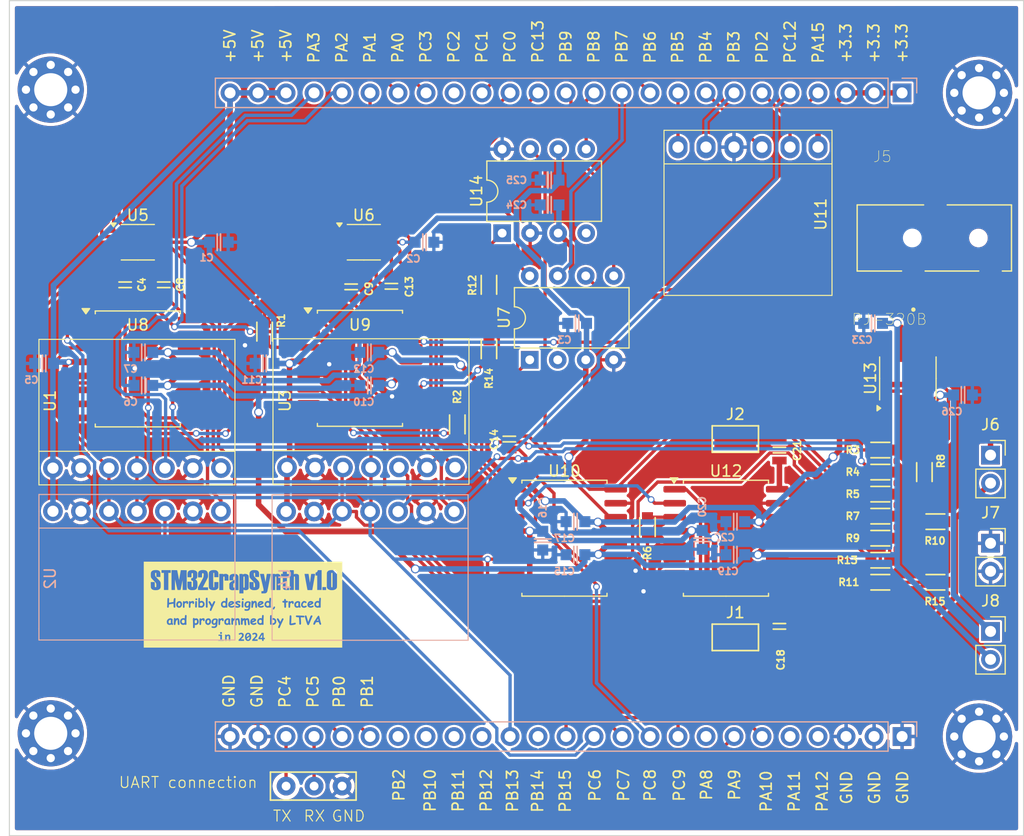
<source format=kicad_pcb>
(kicad_pcb (version 20240108) (generator "pcbnew") (generator_version "8.0")
  (layers (0 "F.Cu" signal) (31 "B.Cu" signal) (34 "B.Paste" user) (35 "F.Paste" user) (36 "B.SilkS" user "B.Silkscreen") (37 "F.SilkS" user "F.Silkscreen") (38 "B.Mask" user) (39 "F.Mask" user) (44 "Edge.Cuts" user))
  (net 0 "")
  (net 1 "+3.3V")
  (net 2 "CH2_TOVOL")
  (net 3 "Net-(U8-VinR)")
  (net 4 "P,+15")
  (net 5 "GND")
  (net 6 "P,-15")
  (net 7 "/PB11")
  (net 8 "Net-(U8-VinL)")
  (net 9 "UART_TX")
  (net 10 "/PB10")
  (net 11 "CH1_TOVOL")
  (net 12 "/PA12{slash}usb_dp")
  (net 13 "CH4_TOVOL")
  (net 14 "/PB14{slash}adc4_in4")
  (net 15 "Net-(U9-VinR)")
  (net 16 "/PA11{slash}usb_dm")
  (net 17 "CH3_TOVOL")
  (net 18 "Net-(U9-VinL)")
  (net 19 "Net-(U10-VinR)")
  (net 20 "/PA8(clock)")
  (net 21 "+5V")
  (net 22 "NOISE_TOVOL")
  (net 23 "DAC_tovol1")
  (net 24 "Net-(U12-VinR)")
  (net 25 "DAC_tovol2")
  (net 26 "Net-(U12-VinL)")
  (net 27 "P,-5")
  (net 28 "ZCEN_2")
  (net 29 "CS_AD9833_3")
  (net 30 "ZCEN_3")
  (net 31 "NOISE_CLK_SEL")
  (net 32 "PWM3")
  (net 33 "/PC2")
  (net 34 "ZCEN_1")
  (net 35 "Analog_CLK")
  (net 36 "PWM1")
  (net 37 "ZCEN_DAC")
  (net 38 "CS_AD9833_2")
  (net 39 "Analog_data")
  (net 40 "/PB12{slash}adc4_in3")
  (net 41 "UART_RX")
  (net 42 "MUX_SEL_3")
  (net 43 "FLASH_MISO")
  (net 44 "FILT_CLK")
  (net 45 "MUX_SEL_4")
  (net 46 "CS_AD9833_1")
  (net 47 "FLASH_CLK")
  (net 48 "MUX_SEL_1")
  (net 49 "PWM4")
  (net 50 "NOISE_CS")
  (net 51 "CS_AD9833_4")
  (net 52 "MUX_SEL_2")
  (net 53 "ATTEN_CS")
  (net 54 "FLASH_MOSI")
  (net 55 "FLASH_CS")
  (net 56 "NOISE_CLK")
  (net 57 "NOISE_DI")
  (net 58 "PWM2")
  (net 59 "Analog_data_out1")
  (net 60 "Analog_data_out2")
  (net 61 "Net-(U13-Output)")
  (net 62 "CH1_OUT")
  (net 63 "CH2_OUT")
  (net 64 "CH3_OUT")
  (net 65 "Analog_data_out3")
  (net 66 "CH4_OUT")
  (net 67 "Net-(U13-In+)")
  (net 68 "NOISE_OUT")
  (net 69 "DAC_out1")
  (net 70 "Net-(U14-Vin)")
  (net 71 "FILTER_FEEDBACK_OUT")
  (net 72 "DAC_out2")
  (net 73 "CH4_TOFILT")
  (net 74 "DDS1_out")
  (net 75 "DDS2_out")
  (net 76 "DDS3_out")
  (net 77 "DDS4_out")
  (net 80 "Net-(U13-In-)")
  (net 84 "/PB2")
  (footprint "Package_SO:SOIC-8_3.9x4.9mm_P1.27mm" (layer "F.Cu") (at 179.5 79.5 90)
    (property "Reference" "U13")
    (property "Value" "~" (hide yes))
  )
  (footprint "project:AD9833" (layer "F.Cu") (at 130.8 87.58 90)
    (property "Reference" "U3")
    (property "Value" "~" (hide yes))
  )
  (footprint "4ms_Resistor:R_0603" (layer "F.Cu") (at 141.5 71 90)
    (property "Reference" "R12")
    (property "Value" "1k_0603_0.1%" (hide yes))
  )
  (footprint "Package_SO:SOIC-16W_7.5x10.3mm_P1.27mm" (layer "F.Cu") (at 163 94)
    (property "Reference" "U12")
    (property "Value" "~" (hide yes))
  )
  (footprint "4ms_Resistor:R_0603" (layer "F.Cu") (at 182 98)
    (property "Reference" "R15")
    (property "Value" "1k_0603_0.1%" (hide yes))
  )
  (footprint "4ms_Capacitor:C_0805" (layer "F.Cu") (at 132.65 71.135 90)
    (property "Reference" "C13")
    (property "Value" "22uF_0603_16V" (hide yes))
  )
  (footprint "Package_SO:SOIC-16W_7.5x10.3mm_P1.27mm" (layer "F.Cu") (at 148.35 94)
    (property "Reference" "U10")
    (property "Value" "~" (hide yes))
  )
  (footprint "4ms_Resistor:R_0603" (layer "F.Cu") (at 177 96)
    (property "Reference" "R13")
    (property "Value" "3.0k_0603_0.1%" (hide yes))
  )
  (footprint "project:W25Q128_board" (layer "F.Cu") (at 165 58.5 -90)
    (property "Reference" "U11")
    (property "Value" "~" (hide yes))
  )
  (footprint "Package_SO:SOIC-16W_7.5x10.3mm_P1.27mm" (layer "F.Cu") (at 109.65 78.635)
    (property "Reference" "U8")
    (property "Value" "~" (hide yes))
  )
  (footprint "myLibrary:M3" (layer "F.Cu") (at 185.962184 53.577958)
    (property "Reference" "J4" (hide yes))
    (property "Value" "Conn_01x01" (hide yes))
  )
  (footprint "4ms_Connector:Socket_1x02_2.54mm_TH" (layer "F.Cu") (at 187 94.46)
    (property "Reference" "J7")
    (property "Value" "Screw_Terminal_01x02" (hide yes))
  )
  (footprint "4ms_Capacitor:C_0805" (layer "F.Cu") (at 112 71 90)
    (property "Reference" "C8")
    (property "Value" "22uF_0603_16V" (hide yes))
  )
  (footprint "TestPoint:TestPoint_Keystone_5019_Minature" (layer "F.Cu") (at 163.85 103)
    (property "Reference" "J1")
    (property "Value" "~" (hide yes))
  )
  (footprint "4ms_Resistor:R_0603" (layer "F.Cu") (at 177 92)
    (property "Reference" "R7")
    (property "Value" "3.0k_0603_0.1%" (hide yes))
  )
  (footprint "4ms_Resistor:R_0603" (layer "F.Cu") (at 177 98)
    (property "Reference" "R11")
    (property "Value" "3.0k_0603_0.1%" (hide yes))
  )
  (footprint "project:logo_negative" (layer "F.Cu") (at 119.19 100.03)
    (property "Reference" "G***" (hide yes))
    (property "Value" "LOGO" (hide yes))
  )
  (footprint "Package_SO:VSSOP-10_3x3mm_P0.5mm" (layer "F.Cu") (at 130.15 67.135)
    (property "Reference" "U6")
    (property "Value" "~" (hide yes))
  )
  (footprint "project:BOOMELE_PJ-320B" (layer "F.Cu") (at 182.9 66.75)
    (property "Reference" "J5")
    (property "Value" "PJ-320B")
  )
  (footprint "4ms_Resistor:R_0603" (layer "F.Cu") (at 138.63 83.67 -90)
    (property "Reference" "R2")
    (property "Value" "100k_0603" (hide yes))
  )
  (footprint "myLibrary:M3" (layer "F.Cu") (at 185.960142 112)
    (property "Reference" "J3" (hide yes))
    (property "Value" "Conn_01x01" (hide yes))
  )
  (footprint "project:UART_port" (layer "F.Cu") (at 125.64 116.5)
    (property "Reference" "J9" (hide yes))
    (property "Value" "~" (hide yes))
  )
  (footprint "4ms_Connector:Socket_1x02_2.54mm_TH" (layer "F.Cu") (at 187 86.46)
    (property "Reference" "J6")
    (property "Value" "Screw_Terminal_01x02" (hide yes))
  )
  (footprint "4ms_Package_DIP:DIP-8pin_TH" (layer "F.Cu") (at 145.2 77.81 90)
    (property "Reference" "U7")
    (property "Value" "~" (hide yes))
  )
  (footprint "project:AD9833" (layer "F.Cu") (at 109.57 87.635 90)
    (property "Reference" "U1")
    (property "Value" "~" (hide yes))
  )
  (footprint "TestPoint:TestPoint_Keystone_5019_Minature" (layer "F.Cu") (at 163.85 85)
    (property "Reference" "J2")
    (property "Value" "~" (hide yes))
  )
  (footprint "4ms_Resistor:R_0603" (layer "F.Cu") (at 182 92.5)
    (property "Reference" "R10")
    (property "Value" "1k_0603_0.1%" (hide yes))
  )
  (footprint "4ms_Capacitor:C_0805" (layer "F.Cu") (at 143.35 85 90)
    (property "Reference" "C14")
    (property "Value" "22uF_0603_16V" (hide yes))
  )
  (footprint "4ms_Connector:Socket_1x02_2.54mm_TH" (layer "F.Cu") (at 187 102.46)
    (property "Reference" "J8")
    (property "Value" "Screw_Terminal_01x02" (hide yes))
  )
  (footprint "4ms_Resistor:R_0603" (layer "F.Cu") (at 177 90)
    (property "Reference" "R5")
    (property "Value" "3.0k_0603_0.1%" (hide yes))
  )
  (footprint "Package_SO:SOIC-16W_7.5x10.3mm_P1.27mm" (layer "F.Cu") (at 129.8 78.58)
    (property "Reference" "U9")
    (property "Value" "~" (hide yes))
  )
  (footprint "4ms_Capacitor:C_0805" (layer "F.Cu") (at 129 71.185 90)
    (property "Reference" "C9")
    (property "Value" "22uF_0603_16V" (hide yes))
  )
  (footprint "4ms_Resistor:R_0603" (layer "F.Cu") (at 177 94)
    (property "Reference" "R9")
    (property "Value" "3.0k_0603_0.1%" (hide yes))
  )
  (footprint "myLibrary:M3" (layer "F.Cu") (at 101.750142 111.71)
    (property "Reference" "J5" (hide yes))
    (property "Value" "Conn_01x01")
  )
  (footprint "4ms_Resistor:R_0603" (layer "F.Cu") (at 121.15 75.25 -90)
    (property "Reference" "R1")
    (property "Value" "100k_0603" (hide yes))
  )
  (footprint "4ms_Resistor:R_0603" (layer "F.Cu") (at 181 88 -90)
    (property "Reference" "R8")
    (property "Value" "2.2k_0603" (hide yes))
  )
  (footprint "4ms_Capacitor:C_0805" (layer "F.Cu") (at 108.5 71 90)
    (property "Reference" "C4")
    (property "Value" "22uF_0603_16V" (hide yes))
  )
  (footprint "4ms_Capacitor:C_0805" (layer "F.Cu") (at 167.85 86 90)
    (property "Reference" "C21")
    (property "Value" "22uF_0603_16V" (hide yes))
  )
  (footprint "Package_SO:VSSOP-10_3x3mm_P0.5mm" (layer "F.Cu") (at 109.65 67.135)
    (property "Reference" "U5")
    (property "Value" "~" (hide yes))
  )
  (footprint "4ms_Package_DIP:DIP-8pin_TH" (layer "F.Cu") (at 142.7 66.31 90)
    (property "Reference" "U14")
    (property "Value" "~" (hide yes))
  )
  (footprint "4ms_Resistor:R_0603" (layer "F.Cu") (at 177 88)
    (property "Reference" "R4")
    (property "Value" "3.0k_0603_0.1%" (hide yes))
  )
  (footprint "4ms_Resistor:R_0603" (layer "F.Cu") (at 141.5 76.85 -90)
    (property "Reference" "R14")
    (property "Value" "1k_0603_0.1%" (hide yes))
  )
  (footprint "4ms_Capacitor:C_0805" (layer "F.Cu") (at 167.85 102 -90)
    (property "Reference" "C18")
    (property "Value" "22uF_0603_16V" (hide yes))
  )
  (footprint "4ms_Resistor:R_0603" (layer "F.Cu") (at 155.88 92.99 90)
    (property "Reference" "R6")
    (property "Value" "100k_0603" (hide yes))
  )
  (footprint "4ms_Resistor:R_0603" (layer "F.Cu") (at 177 86)
    (property "Reference" "R3")
    (property "Value" "3.0k_0603_0.1%" (hide yes))
  )
  (footprint "4ms_Capacitor:C_0603" (layer "B.Cu") (at 147 61.5 180)
    (property "Reference" "C25")
    (property "Value" "0.22uF_0603_25V" (hide yes))
  )
  (footprint "4ms_Capacitor:C_0603" (layer "B.Cu") (at 149.5 74.5 180)
    (property "Reference" "C3")
    (property "Value" "0.22uF_0603_25V" (hide yes))
  )
  (footprint "4ms_Capacitor:C_0603" (layer "B.Cu") (at 147 63.75 180)
    (property "Reference" "C24")
    (property "Value" "0.22uF_0603_25V" (hide yes))
  )
  (footprint "4ms_Capacitor:C_0603" (layer "B.Cu") (at 110.15 77.135 180)
    (property "Reference" "C7")
    (property "Value" "0.22uF_0603_25V" (hide yes))
  )
  (footprint "4ms_Capacitor:C_0603" (layer "B.Cu") (at 130.65 77.135 180)
    (property "Reference" "C12")
    (property "Value" "0.22uF_0603_25V" (hide yes))
  )
  (footprint "4ms_Capacitor:C_0603" (layer "B.Cu") (at 146.38 94.22 -90)
    (property "Reference" "C16")
    (property "Value" "0.22uF_0603_25V" (hide yes))
  )
  (footprint "4ms_Capacitor:C_0603" (layer "B.Cu") (at 117 67.135)
    (property "Reference" "C1")
    (property "Value" "0.22uF_0603_25V" (hide yes))
  )
  (footprint "project:AD9833" (layer "B.Cu") (at 130.72 91.58 -90)
    (property "Reference" "U4")
    (property "Value" "~" (hide yes))
  )
  (footprint "Connector_PinSocket_2.54mm:PinSocket_1x25_P2.54mm_Vertical" (layer "B.Cu") (at 178.975142 112 90)
    (property "Reference" "J3" (hide yes))
    (property "Value" "Conn_01x25_Socket" (hide yes))
  )
  (footprint "4ms_Capacitor:C_0603" (layer "B.Cu") (at 130.65 80.135 180)
    (property "Reference" "C10")
    (property "Value" "0.22uF_0603_25V" (hide yes))
  )
  (footprint "project:AD9833" (layer "B.Cu") (at 109.57 91.555 -90)
    (property "Reference" "U2")
    (property "Value" "~" (hide yes))
  )
  (footprint "4ms_Capacitor:C_0603" (layer "B.Cu") (at 110.15 80.135 180)
    (property "Reference" "C6")
    (property "Value" "0.22uF_0603_25V" (hide yes))
  )
  (footprint "4ms_Capacitor:C_0603" (layer "B.Cu") (at 101.15 78.135 180)
    (property "Reference" "C5")
    (property "Value" "0.22uF_0603_25V" (hide yes))
  )
  (footprint "4ms_Capacitor:C_0603" (layer "B.Cu") (at 121.15 78.135 180)
    (property "Reference" "C11")
    (property "Value" "0.22uF_0603_25V" (hide yes))
  )
  (footprint "4ms_Capacitor:C_0603" (layer "B.Cu") (at 163.85 92.5 180)
    (property "Reference" "C22")
    (property "Value" "0.22uF_0603_25V" (hide yes))
  )
  (footprint "4ms_Capacitor:C_0603" (layer "B.Cu") (at 176.35 74.5 180)
    (property "Reference" "C23")
    (property "Value" "0.22uF_0603_25V" (hide yes))
  )
  (footprint "4ms_Capacitor:C_0603" (layer "B.Cu") (at 160.85 94.15 -90)
    (property "Reference" "C20")
    (property "Value" "0.22uF_0603_25V" (hide yes))
  )
  (footprint "myLibrary:M3" (layer "B.Cu") (at 101.750142 53.29 180)
    (property "Reference" "J2" (hide yes))
    (property "Value" "Conn_01x01" (hide yes))
  )
  (footprint "4ms_Capacitor:C_0603" (layer "B.Cu") (at 135.65 67.135)
    (property "Reference" "C2")
    (property "Value" "0.22uF_0603_25V" (hide yes))
  )
  (footprint "Connector_PinSocket_2.54mm:PinSocket_1x25_P2.54mm_Vertical" (layer "B.Cu") (at 178.975142 53.58 90)
    (property "Reference" "J4" (hide yes))
    (property "Value" "Conn_01x25_Socket" (hide yes))
  )
  (footprint "4ms_Capacitor:C_0603" (layer "B.Cu") (at 149.35 92.5 180)
    (property "Reference" "C17")
    (property "Value" "0.22uF_0603_25V" (hide yes))
  )
  (footprint "4ms_Capacitor:C_0603" (layer "B.Cu") (at 184.5 81)
    (property "Reference" "C26")
    (property "Value" "0.22uF_0603_25V" (hide yes))
  )
  (footprint "4ms_Capacitor:C_0603" (layer "B.Cu") (at 163.85 95.5 180)
    (property "Reference" "C19")
    (property "Value" "0.22uF_0603_25V" (hide yes))
  )
  (footprint "4ms_Capacitor:C_0603" (layer "B.Cu") (at 149.35 95.5 180)
    (property "Reference" "C15")
    (property "Value" "0.22uF_0603_25V" (hide yes))
  )
  (gr_circle (center 101.760142 53.301285) (end 101.700142 51.901285) (stroke (width 0.1)) (fill none) (layer "Edge.Cuts"))
  (gr_circle (center 185.960142 53.58) (end 185.660142 52.179734) (stroke (width 0.1)) (fill none) (layer "Edge.Cuts"))
  (gr_line (start 190 121) (end 190 45.2) (stroke (width 0.1)) (layer "Edge.Cuts"))
  (gr_circle (center 186 112) (end 185.98 110.6) (stroke (width 0.1)) (fill none) (layer "Edge.Cuts"))
  (gr_circle (center 101.750142 111.710571) (end 101.790142 110.310571) (stroke (width 0.1)) (fill none) (layer "Edge.Cuts"))
  (gr_line (start 98 45.21) (end 190 45.2) (stroke (width 0.1)) (layer "Edge.Cuts"))
  (gr_circle (center 101.725142 53.301285) (end 101.665142 51.901285) (stroke (width 0.1)) (fill none) (layer "Edge.Cuts"))
  (gr_line (start 190 121) (end 98 121) (stroke (width 0.1)) (layer "Edge.Cuts"))
  (gr_line (start 98 45.21) (end 98 121) (stroke (width 0.1)) (layer "Edge.Cuts"))
  (gr_circle (center 101.715142 111.710571) (end 101.755142 110.310571) (stroke (width 0.1)) (fill none) (layer "Edge.Cuts"))
  (gr_text "+3.3" (at 177 50.97 90) (layer "F.SilkS") (effects (font (size 1 1)) (justify left bottom)))
  (gr_text "PB9" (at 149.06 50.97 90) (layer "F.SilkS") (effects (font (size 1 1)) (justify left bottom)))
  (gr_text "GND" (at 174.52 118.25 90) (layer "F.SilkS") (effects (font (size 1 1)) (justify left bottom)))
  (gr_text "+5V" (at 123.66 50.97 90) (layer "F.SilkS") (effects (font (size 1 1)) (justify left bottom)))
  (gr_text "PA1" (at 131.28 50.97 90) (layer "F.SilkS") (effects (font (size 1 1)) (justify left bottom)))
  (gr_text "PB8" (at 151.6 50.97 90) (layer "F.SilkS") (effects (font (size 1 1)) (justify left bottom)))
  (gr_text "PB0" (at 128.5 109.5 90) (layer "F.SilkS") (effects (font (size 1 1)) (justify left bottom)))
  (gr_text "PB11" (at 139.29 118.95 90) (layer "F.SilkS") (effects (font (size 1 1)) (justify left bottom)))
  (gr_text "PC1" (at 141.44 50.97 90) (layer "F.SilkS") (effects (font (size 1 1)) (justify left bottom)))
  (gr_text "PC3" (at 136.36 50.97 90) (layer "F.SilkS") (effects (font (size 1 1)) (justify left bottom)))
  (gr_text "+3.3" (at 179.54 50.97 90) (layer "F.SilkS") (effects (font (size 1 1)) (justify left bottom)))
  (gr_text "PB5" (at 159.2 51 90) (layer "F.SilkS") (effects (font (size 1 1)) (justify left bottom)))
  (gr_text "PA0" (at 133.82 50.97 90) (layer "F.SilkS") (effects (font (size 1 1)) (justify left bottom)))
  (gr_text "GND" (at 179.6 118.25 90) (layer "F.SilkS") (effects (font (size 1 1)) (justify left bottom)))
  (gr_text "PC4" (at 123.58 109.5 90) (layer "F.SilkS") (effects (font (size 1 1)) (justify left bottom)))
  (gr_text "PA12" (at 172.31 118.95 90) (layer "F.SilkS") (effects (font (size 1 1)) (justify left bottom)))
  (gr_text "+5V" (at 121.12 50.97 90) (layer "F.SilkS") (effects (font (size 1 1)) (justify left bottom)))
  (gr_text "PB1" (at 131.04 109.5 90) (layer "F.SilkS") (effects (font (size 1 1)) (justify left bottom)))
  (gr_text "PB13" (at 144.219858 118.97 90) (layer "F.SilkS") (effects (font (size 1 1)) (justify left bottom)))
  (gr_text "PD2" (at 166.85 51 90) (layer "F.SilkS") (effects (font (size 1 1)) (justify left bottom)))
  (gr_text "PC0" (at 143.98 50.97 90) (layer "F.SilkS") (effects (font (size 1 1)) (justify left bottom)))
  (gr_text "PA10" (at 167.23 118.95 90) (layer "F.SilkS") (effects (font (size 1 1)) (justify left bottom)))
  (gr_text "PA9" (at 164.36 117.89 90) (layer "F.SilkS") (effects (font (size 1 1)) (justify left bottom)))
  (gr_text "PC9" (at 159.35 118 90) (layer "F.SilkS") (effects (font (size 1 1)) (justify left bottom)))
  (gr_text "PB4" (at 161.75 51 90) (layer "F.SilkS") (effects (font (size 1 1)) (justify left bottom)))
  (gr_text "PA2" (at 128.74 50.97 90) (layer "F.SilkS") (effects (font (size 1 1)) (justify left bottom)))
  (gr_text "+3.3" (at 174.46 50.97 90) (layer "F.SilkS") (effects (font (size 1 1)) (justify left bottom)))
  (gr_text "PA3" (at 126.2 50.97 90) (layer "F.SilkS") (effects (font (size 1 1)) (justify left bottom)))
  (gr_text "GND" (at 118.5 109.5 90) (layer "F.SilkS") (effects (font (size 1 1)) (justify left bottom)))
  (gr_text "PB10" (at 136.75 118.95 90) (layer "F.SilkS") (effects (font (size 1 1)) (justify left bottom)))
  (gr_text "PB14" (at 146.5 119 90) (layer "F.SilkS") (effects (font (size 1 1)) (justify left bottom)))
  (gr_text "PB12" (at 141.83 118.95 90) (layer "F.SilkS") (effects (font (size 1 1)) (justify left bottom)))
  (gr_text "PC7" (at 154.3 118 90) (layer "F.SilkS") (effects (font (size 1 1)) (justify left bottom)))
  (gr_text "PC6" (at 151.7 118 90) (layer "F.SilkS") (effects (font (size 1 1)) (justify left bottom)))
  (gr_text "PB6" (at 156.7 51 90) (layer "F.SilkS") (effects (font (size 1 1)) (justify left bottom)))
  (gr_text "PA8" (at 161.82 117.89 90) (layer "F.SilkS") (effects (font (size 1 1)) (justify left bottom)))
  (gr_text "PC13" (at 146.52 50.97 90) (layer "F.SilkS") (effects (font (size 1 1)) (justify left bottom)))
  (gr_text "PB15" (at 149 119 90) (layer "F.SilkS") (effects (font (size 1 1)) (justify left bottom)))
  (gr_text "PB2" (at 133.92 117.98 90) (layer "F.SilkS") (effects (font (size 1 1)) (justify left bottom)))
  (gr_text "PC12" (at 169.4 51 90) (layer "F.SilkS") (effects (font (size 1 1)) (justify left bottom)))
  (gr_text "PC2" (at 138.9 50.97 90) (layer "F.SilkS") (effects (font (size 1 1)) (justify left bottom)))
  (gr_text "PC5" (at 126.12 109.5 90) (layer "F.SilkS") (effects (font (size 1 1)) (justify left bottom)))
  (gr_text "+5V" (at 118.58 50.97 90) (layer "F.SilkS") (effects (font (size 1 1)) (justify left bottom)))
  (gr_text "PA11" (at 169.77 118.95 90) (layer "F.SilkS") (effects (font (size 1 1)) (justify left bottom)))
  (gr_text "GND" (at 121.04 109.5 90) (layer "F.SilkS") (effects (font (size 1 1)) (justify left bottom)))
  (gr_text "PA15" (at 171.95 51 90) (layer "F.SilkS") (effects (font (size 1 1)) (justify left bottom)))
  (gr_text "PC8" (at 156.7 118 90) (layer "F.SilkS") (effects (font (size 1 1)) (justify left bottom)))
  (gr_text "PB7" (at 154.14 50.97 90) (layer "F.SilkS") (effects (font (size 1 1)) (justify left bottom)))
  (gr_text "PB3" (at 164.3 51 90) (layer "F.SilkS") (effects (font (size 1 1)) (justify left bottom)))
  (gr_text "GND" (at 177.06 118.25 90) (layer "F.SilkS") (effects (font (size 1 1)) (justify left bottom)))
  (segment (start 173.895142 53.58) (end 176.435142 53.58) (width 0.5) (layer "F.Cu") (net 1))
  (segment (start 171.35 56.125142) (end 173.895142 53.58) (width 0.5) (layer "F.Cu") (net 1))
  (segment (start 171.35 58.5) (end 171.35 56.125142) (width 0.5) (layer "F.Cu") (net 1))
  (segment (start 176.435142 53.58) (end 178.975142 53.58) (width 0.5) (layer "F.Cu") (net 1))
  (segment (start 109.3 69.25) (end 108.5 70.05) (width 0.3) (layer "F.Cu") (net 2))
  (segment (start 109.3 67.61312) (end 109.3 69.25) (width 0.3) (layer "F.Cu") (net 2))
  (segment (start 110.77812 66.135) (end 109.3 67.61312) (width 0.3) (layer "F.Cu") (net 2))
  (segment (start 111.85 66.135) (end 110.77812 66.135) (width 0.3) (layer "F.Cu") (net 2))
  (segment (start 108.5 71.95) (end 108.5 80.97) (width 0.3) (layer "F.Cu") (net 3))
  (segment (start 108.5 80.97) (end 110.61 83.08) (width 0.3) (layer "F.Cu") (net 3))
  (segment (start 110.61 83.08) (end 114.3 83.08) (width 0.3) (layer "F.Cu") (net 3))
  (segment (start 166.655 94.635) (end 167.65 94.635) (width 0.5) (layer "F.Cu") (net 4))
  (segment (start 113.23 79.27) (end 114.3 79.27) (width 0.5) (layer "F.Cu") (net 4))
  (segment (start 134.82 96.79) (end 131.429 93.399) (width 0.5) (layer "F.Cu") (net 4))
  (segment (start 134.45 79.215) (end 133.455 79.215) (width 0.5) (layer "F.Cu") (net 4))
  (segment (start 120.605831 90.951179) (end 120.605831 82.555831) (width 0.5) (layer "F.Cu") (net 4))
  (segment (start 115.07 79.27) (end 114.3 79.27) (width 0.5) (layer "F.Cu") (net 4))
  (segment (start 123.053652 93.399) (end 120.605831 90.951179) (width 0.5) (layer "F.Cu") (net 4))
  (segment (start 133.455 79.215) (end 132.67 80) (width 0.5) (layer "F.Cu") (net 4))
  (segment (start 165.9 95.39) (end 165.9 95.5) (width 0.5) (layer "F.Cu") (net 4))
  (segment (start 153 94.635) (end 152.260136 94.635) (width 0.5) (layer "F.Cu") (net 4))
  (segment (start 112.36 80.14) (end 113.23 79.27) (width 0.5) (layer "F.Cu") (net 4))
  (segment (start 131.429 93.399) (end 123.053652 93.399) (width 0.5) (layer "F.Cu") (net 4))
  (segment (start 178.865 77.025) (end 178.865 74.845) (width 0.5) (layer "F.Cu") (net 4))
  (segment (start 166.655 94.635) (end 165.9 95.39) (width 0.5) (layer "F.Cu") (net 4))
  (segment (start 152.260136 94.635) (end 151.430161 95.464975) (width 0.5) (layer "F.Cu") (net 4))
  (segment (start 178.865 74.845) (end 178.53 74.51) (width 0.5) (layer "F.Cu") (net 4))
  (via (at 165.9 95.5) (size 0.8) (drill 0.6) (layers "F.Cu" "B.Cu") (net 4))
  (via (at 120.605831 82.555831) (size 0.8) (drill 0.6) (layers "F.Cu" "B.Cu") (net 4))
  (via (at 134.82 96.79) (size 0.8) (drill 0.6) (layers "F.Cu" "B.Cu") (net 4))
  (via (at 132.67 80) (size 0.8) (drill 0.6) (layers "F.Cu" "B.Cu") (net 4))
  (via (at 178.53 74.51) (size 0.8) (drill 0.6) (layers "F.Cu" "B.Cu") (net 4))
  (via (at 112.36 80.14) (size 0.8) (drill 0.6) (layers "F.Cu" "B.Cu") (net 4))
  (via (at 151.430161 95.464975) (size 0.8) (drill 0.6) (layers "F.Cu" "B.Cu") (net 4))
  (segment (start 178.53 96.53) (end 178.53 95.48) (width 0.5) (layer "B.Cu") (net 4))
  (segment (start 165.9 95.5) (end 178.51 95.5) (width 0.5) (layer "B.Cu") (net 4))
  (segment (start 112.36 80.14) (end 111.005 80.14) (width 0.5) (layer "B.Cu") (net 4))
  (segment (start 120.605831 82.555831) (end 120.605831 81.100831) (width 0.5) (layer "B.Cu") (net 4))
  (segment (start 150.2 96.13) (end 150.2 95.5) (width 0.5) (layer "B.Cu") (net 4))
  (segment (start 112.38 80.12) (end 112.36 80.14) (width 0.5) (layer "B.Cu") (net 4))
  (segment (start 164.7 95.5) (end 163.75 96.45) (width 0.5) (layer "B.Cu") (net 4))
  (segment (start 150.235025 95.464975) (end 150.2 95.5) (width 0.5) (layer "B.Cu") (net 4))
  (segment (start 111.005 80.14) (end 111 80.135) (width 0.5) (layer "B.Cu") (net 4))
  (segment (start 131.635 80) (end 131.5 80.135) (width 0.5) (layer "B.Cu") (net 4))
  (segment (start 164.7 95.5) (end 165.9 95.5) (width 0.5) (layer "B.Cu") (net 4))
  (segment (start 132.67 80) (end 131.635 80) (width 0.5) (layer "B.Cu") (net 4))
  (segment (start 187 105) (end 178.53 96.53) (width 0.5) (layer "B.Cu") (net 4))
  (segment (start 155.702376 96.45) (end 154.717351 95.464975) (width 0.5) (layer "B.Cu") (net 4))
  (segment (start 178.51 95.5) (end 178.53 95.48) (width 0.5) (layer "B.Cu") (net 4))
  (segment (start 134.82 96.79) (end 149.54 96.79) (width 0.5) (layer "B.Cu") (net 4))
  (segment (start 178.53 74.51) (end 177.21 74.51) (width 0.5) (layer "B.Cu") (net 4))
  (segment (start 120.59 81.085) (end 118.325 81.085) (width 0.5) (layer "B.Cu") (net 4))
  (segment (start 177.21 74.51) (end 177.2 74.5) (width 0.5) (layer "B.Cu") (net 4))
  (segment (start 117.36 80.12) (end 112.38 80.12) (width 0.5) (layer "B.Cu") (net 4))
  (segment (start 178.53 95.48) (end 178.53 74.51) (width 0.5) (layer "B.Cu") (net 4))
  (segment (start 130.55 81.085) (end 120.59 81.085) (width 0.5) (layer "B.Cu") (net 4))
  (segment (start 118.325 81.085) (end 117.36 80.12) (width 0.5) (layer "B.Cu") (net 4))
  (segment (start 151.430161 95.464975) (end 150.235025 95.464975) (width 0.5) (layer "B.Cu") (net 4))
  (segment (start 154.717351 95.464975) (end 151.430161 95.464975) (width 0.5) (layer "B.Cu") (net 4))
  (segment (start 149.54 96.79) (end 150.2 96.13) (width 0.5) (layer "B.Cu") (net 4))
  (segment (start 131.5 80.135) (end 130.55 81.085) (width 0.5) (layer "B.Cu") (net 4))
  (segment (start 120.605831 81.100831) (end 120.59 81.085) (width 0.5) (layer "B.Cu") (net 4))
  (segment (start 163.75 96.45) (end 155.702376 96.45) (width 0.5) (layer "B.Cu") (net 4))
  (via (at 127.01 78.21) (size 0.6) (drill 0.4) (layers "F.Cu" "B.Cu") (net 5))
  (via (at 155.52 98.82) (size 0.6) (drill 0.4) (layers "F.Cu" "B.Cu") (net 5))
  (via (at 109.37 78.58) (size 0.6) (drill 0.4) (layers "F.Cu" "B.Cu") (net 5))
  (via (at 132.71 81.13) (size 0.6) (drill 0.4) (layers "F.Cu" "B.Cu") (net 5))
  (via (at 119.37 76.49) (size 0.6) (drill 0.4) (layers "F.Cu" "B.Cu") (net 5))
  (via (at 154.8 96.95) (size 0.6) (drill 0.4) (layers "F.Cu" "B.Cu") (net 5))
  (segment (start 180.454999 80.05) (end 181.405 81.000001) (width 0.5) (layer "F.Cu") (net 6))
  (segment (start 134.45 77.945) (end 133.545 77.945) (width 0.5) (layer "F.Cu") (net 6))
  (segment (start 176.78 80.05) (end 180.454999 80.05) (width 0.5) (layer "F.Cu") (net 6))
  (segment (start 152.215 93.365) (end 151.38 92.53) (width 0.5) (layer "F.Cu") (net 6))
  (segment (start 141.42 80.76066) (end 138.92967 78.27033) (width 0.5) (layer "F.Cu") (net 6))
  (segment (start 113.24 78) (end 112.38 77.14) (width 0.5) (layer "F.Cu") (net 6))
  (segment (start 172.715 86.615) (end 173.300659 86.029341) (width 0.5) (layer "F.Cu") (net 6))
  (segment (start 181.405 81.000001) (end 181.405 81.975) (width 0.5) (layer "F.Cu") (net 6))
  (segment (start 181.465 81.975) (end 182.43 81.01) (width 0.5) (layer "F.Cu") (net 6))
  (segment (start 133.545 77.945) (end 132.73 77.13) (width 0.5) (layer "F.Cu") (net 6))
  (segment (start 153 93.365) (end 152.215 93.365) (width 0.5) (layer "F.Cu") (net 6))
  (segment (start 141.42 86.81197) (end 141.42 80.76066) (width 0.5) (layer "F.Cu") (net 6))
  (segment (start 173.300659 83.529341) (end 176.78 80.05) (width 0.5) (layer "F.Cu") (net 6))
  (segment (start 181.405 81.975) (end 181.465 81.975) (width 0.5) (layer "F.Cu") (net 6))
  (segment (start 144.3944 88.4) (end 143.00803 88.4) (width 0.5) (layer "F.Cu") (net 6))
  (segment (start 166.845 93.365) (end 165.98 92.5) (width 0.5) (layer "F.Cu") (net 6))
  (segment (start 146.61 90.6156) (end 144.3944 88.4) (width 0.5) (layer "F.Cu") (net 6))
  (segment (start 143.00803 88.4) (end 141.42 86.81197) (width 0.5) (layer "F.Cu") (net 6))
  (segment (start 167.65 93.365) (end 166.845 93.365) (width 0.5) (layer "F.Cu") (net 6))
  (segment (start 114.3 78) (end 113.24 78) (width 0.5) (layer "F.Cu") (net 6))
  (segment (start 173.300659 86.029341) (end 173.300659 83.529341) (width 0.5) (layer "F.Cu") (net 6))
  (via (at 138.92967 78.27033) (size 0.8) (drill 0.6) (layers "F.Cu" "B.Cu") (net 6))
  (via (at 172.715 86.615) (size 0.8) (drill 0.6) (layers "F.Cu" "B.Cu") (net 6))
  (via (at 151.38 92.53) (size 0.8) (drill 0.6) (layers "F.Cu" "B.Cu") (net 6))
  (via (at 146.61 90.6156) (size 0.8) (drill 0.6) (layers "F.Cu" "B.Cu") (net 6))
  (via (at 182.43 81.01) (size 0.8) (drill 0.6) (layers "F.Cu" "B.Cu") (net 6))
  (via (at 132.73 77.13) (size 0.8) (drill 0.6) (layers "F.Cu" "B.Cu") (net 6))
  (via (at 165.98 92.5) (size 0.8) (drill 0.6) (layers "F.Cu" "B.Cu") (net 6))
  (via (at 112.38 77.14) (size 0.8) (drill 0.6) (layers "F.Cu" "B.Cu") (net 6))
  (segment (start 171.127272 88.202728) (end 170.277272 88.202728) (width 0.5) (layer "B.Cu") (net 6))
  (segment (start 112.38 77.14) (end 111.005 77.14) (width 0.5) (layer "B.Cu") (net 6))
  (segment (start 148.3156 90.6156) (end 150.2 92.5) (width 0.5) (layer "B.Cu") (net 6))
  (segment (start 131.505 77.13) (end 131.5 77.135) (width 0.5) (layer "B.Cu") (net 6))
  (segment (start 129.43 79.205) (end 127.422624 79.205) (width 0.5) (layer "B.Cu") (net 6))
  (segment (start 183.64 81.01) (end 183.65 81) (width 0.5) (layer "B.Cu") (net 6))
  (segment (start 165.98 92.5) (end 165.98 91.73) (width 0.5) (layer "B.Cu") (net 6))
  (segment (start 133.45 77.85) (end 132.73 77.13) (width 0.5) (layer "B.Cu") (net 6))
  (segment (start 132.73 77.13) (end 131.505 77.13) (width 0.5) (layer "B.Cu") (net 6))
  (segment (start 119.32 79.7) (end 116.76 77.14) (width 0.5) (layer "B.Cu") (net 6))
  (segment (start 165.98 91.73) (end 165.47 91.22) (width 0.5) (layer "B.Cu") (net 6))
  (segment (start 165.47 91.22) (end 159.65 91.22) (width 0.5) (layer "B.Cu") (net 6))
  (segment (start 146.61 90.6156) (end 148.3156 90.6156) (width 0.5) (layer "B.Cu") (net 6))
  (segment (start 116.76 77.14) (end 112.38 77.14) (width 0.5) (layer "B.Cu") (net 6))
  (segment (start 150.23 92.53) (end 150.2 92.5) (width 0.5) (layer "B.Cu") (net 6))
  (segment (start 111.005 77.14) (end 111 77.135) (width 0.5) (layer "B.Cu") (net 6))
  (segment (start 126.927624 79.7) (end 119.32 79.7) (width 0.5) (layer "B.Cu") (net 6))
  (segment (start 170.277272 88.202728) (end 165.98 92.5) (width 0.5) (layer "B.Cu") (net 6))
  (segment (start 159.65 91.22) (end 158.34 92.53) (width 0.5) (layer "B.Cu") (net 6))
  (segment (start 165.98 92.5) (end 164.7 92.5) (width 0.5) (layer "B.Cu") (net 6))
  (segment (start 182.43 81.01) (end 183.64 81.01) (width 0.5) (layer "B.Cu") (net 6))
  (segment (start 158.34 92.53) (end 151.38 92.53) (width 0.5) (layer "B.Cu") (net 6))
  (segment (start 172.715 86.615) (end 171.127272 88.202728) (width 0.5) (layer "B.Cu") (net 6))
  (segment (start 131.5 77.135) (end 129.43 79.205) (width 0.5) (layer "B.Cu") (net 6))
  (segment (start 183.65 99.11) (end 183.65 81) (width 0.5) (layer "B.Cu") (net 6))
  (segment (start 127.422624 79.205) (end 126.927624 79.7) (width 0.5) (layer "B.Cu") (net 6))
  (segment (start 138.92967 78.27033) (end 138.50934 77.85) (width 0.5) (layer "B.Cu") (net 6))
  (segment (start 138.50934 77.85) (end 133.45 77.85) (width 0.5) (layer "B.Cu") (net 6))
  (segment (start 151.38 92.53) (end 150.23 92.53) (width 0.5) (layer "B.Cu") (net 6))
  (segment (start 187 102.46) (end 183.65 99.11) (width 0.5) (layer "B.Cu") (net 6))
  (segment (start 112.06 71.95) (end 114.3 74.19) (width 0.3) (layer "F.Cu") (net 8))
  (segment (start 112 71.95) (end 112.06 71.95) (width 0.3) (layer "F.Cu") (net 8))
  (segment (start 123.095142 112) (end 123.095142 116.495142) (width 0.3) (layer "F.Cu") (net 9))
  (segment (start 123.095142 116.495142) (end 123.1 116.5) (width 0.3) (layer "F.Cu") (net 9))
  (segment (start 112 70.05) (end 112 68.285) (width 0.3) (layer "F.Cu") (net 11))
  (segment (start 112 68.285) (end 111.85 68.135) (width 0.3) (layer "F.Cu") (net 11))
  (segment (start 130.775 68.11) (end 130.775 66.674773) (width 0.3) (layer "F.Cu") (net 13))
  (segment (start 131.314773 66.135) (end 132.35 66.135) (width 0.3) (layer "F.Cu") (net 13))
  (segment (start 130.775 66.674773) (end 131.314773 66.135) (width 0.3) (layer "F.Cu") (net 13))
  (segment (start 128.65 70.235) (end 130.775 68.11) (width 0.3) (layer "F.Cu") (net 13))
  (segment (start 129.72 73.205) (end 129.72 79.319999) (width 0.3) (layer "F.Cu") (net 15))
  (segment (start 129.72 79.319999) (end 133.425001 83.025) (width 0.3) (layer "F.Cu") (net 15))
  (segment (start 133.425001 83.025) (end 134.45 83.025) (width 0.3) (layer "F.Cu") (net 15))
  (segment (start 128.65 72.135) (end 129.72 73.205) (width 0.3) (layer "F.Cu") (net 15))
  (segment (start 132.65 70.185) (end 132.65 68.435) (width 0.3) (layer "F.Cu") (net 17))
  (segment (start 132.65 68.435) (end 132.35 68.135) (width 0.3) (layer "F.Cu") (net 17))
  (segment (start 132.65 72.335) (end 134.45 74.135) (width 0.3) (layer "F.Cu") (net 18))
  (segment (start 132.65 72.085) (end 132.65 72.335) (width 0.3) (layer "F.Cu") (net 18))
  (segment (start 144.236446 85.95) (end 144.84 86.553554) (width 0.3) (layer "F.Cu") (net 19))
  (segment (start 147.4 93.63) (end 152.215 98.445) (width 0.3) (layer "F.Cu") (net 19))
  (segment (start 152.215 98.445) (end 153 98.445) (width 0.3) (layer "F.Cu") (net 19))
  (segment (start 143.35 85.95) (end 144.236446 85.95) (width 0.3) (layer "F.Cu") (net 19))
  (segment (start 144.84 87.37) (end 147.4 89.93) (width 0.3) (layer "F.Cu") (net 19))
  (segment (start 144.84 86.553554) (end 144.84 87.37) (width 0.3) (layer "F.Cu") (net 19))
  (segment (start 147.4 89.93) (end 147.4 93.63) (width 0.3) (layer "F.Cu") (net 19))
  (segment (start 123.42 87.34) (end 123.42 81.902684) (width 0.5) (layer "F.Cu") (net 21))
  (segment (start 133.655 67.135) (end 133.66 67.13) (width 0.3) (layer "F.Cu") (net 21))
  (segment (start 114.515 67.135) (end 114.52 67.14) (width 0.3) (layer "F.Cu") (net 21))
  (segment (start 111.85 67.135) (end 114.515 67.135) (width 0.3) (layer "F.Cu") (net 21))
  (segment (start 143.715 93.35) (end 143.7 93.365) (width 0.5) (layer "F.Cu") (net 21))
  (segment (start 118.015142 63.644858) (end 114.52 67.14) (width 0.5) (layer "F.Cu") (net 21))
  (segment (start 148.75 86.62) (end 150.28 85.09) (width 0.5) (layer "F.Cu") (net 21))
  (segment (start 159.374999 98.445) (end 158.35 98.445) (width 0.5) (layer "F.Cu") (net 21))
  (segment (start 159.88 93.32) (end 158.9744 93.32) (width 0.5) (layer "F.Cu") (net 21))
  (segment (start 166.77 101.83) (end 161.97 97.03) (width 0.5) (layer "F.Cu") (net 21))
  (segment (start 183.8 92.2) (end 183.8 99.3) (width 0.5) (layer "F.Cu") (net 21))
  (segment (start 103.065 82.169999) (end 103.975001 83.08) (width 0.5) (layer "F.Cu") (net 21))
  (segment (start 105 78) (end 103.39 78) (width 0.5) (layer "F.Cu") (net 21))
  (segment (start 159.88 93.32) (end 159.9 93.34) (width 0.5) (layer "F.Cu") (net 21))
  (segment (start 123.41 81.892684) (end 124.542316 83.025) (width 0.5) (layer "F.Cu") (net 21))
  (segment (start 103.38 78.01) (end 103.065 78.325) (width 0.5) (layer "F.Cu") (net 21))
  (segment (start 124.542316 83.025) (end 125.15 83.025) (width 0.5) (layer "F.Cu") (net 21))
  (segment (start 123.18 87.58) (end 123.42 87.34) (width 0.5) (layer "F.Cu") (net 21))
  (segment (start 145.2 93.35) (end 143.715 93.35) (width 0.5) (layer "F.Cu") (net 21))
  (segment (start 159.9 97.919999) (end 159.374999 98.445) (width 0.5) (layer "F.Cu") (net 21))
  (segment (start 103.065 78.325) (end 103.065 82.169999) (width 0.5) (layer "F.Cu") (net 21))
  (segment (start 118.015142 53.58) (end 118.015142 63.644858) (width 0.5) (layer "F.Cu") (net 21))
  (segment (start 145.2 97.969999) (end 145.2 93.35) (width 0.5) (layer "F.Cu") (net 21))
  (segment (start 123.41 78.15) (end 123.41 81.892684) (width 0.5) (layer "F.Cu") (net 21))
  (segment (start 181.27 101.83) (end 166.77 101.83) (width 0.5) (layer "F.Cu") (net 21))
  (segment (start 125.15 77.945) (end 123.615 77.945) (width 0.5) (layer "F.Cu") (net 21))
  (segment (start 123.18 87.58) (end 123.18 91.5) (width 0.5) (layer "F.Cu") (net 21))
  (segment (start 144.724999 98.445) (end 145.2 97.969999) (width 0.5) (layer "F.Cu") (net 21))
  (segment (start 103.39 78) (end 103.38 78.01) (width 0.5) (layer "F.Cu") (net 21))
  (segment (start 187 89) (end 183.8 92.2) (width 0.5) (layer "F.Cu") (net 21))
  (segment (start 123.18 91.5) (end 123.1 91.58) (width 0.5) (layer "F.Cu") (net 21))
  (segment (start 158.9294 93.365) (end 158.35 93.365) (width 0.5) (layer "F.Cu") (net 21))
  (segment (start 158.9744 93.32) (end 158.9294 93.365) (width 0.5) (layer "F.Cu") (net 21))
  (segment (start 150.28 85.09) (end 150.28 77.81) (width 0.5) (layer "F.Cu") (net 21))
  (segment (start 183.8 99.3) (end 181.27 101.83) (width 0.5) (layer "F.Cu") (net 21))
  (segment (start 123.42 81.902684) (end 123.41 81.892684) (width 0.5) (layer "F.Cu") (net 21))
  (segment (start 159.9 93.34) (end 159.9 97.919999) (width 0.5) (layer "F.Cu") (net 21))
  (segment (start 132.35 67.135) (end 133.655 67.135) (width 0.3) (layer "F.Cu") (net 21))
  (segment (start 143.7 98.445) (end 144.724999 98.445) (width 0.5) (layer "F.Cu") (net 21))
  (segment (start 103.975001 83.08) (end 105 83.08) (width 0.5) (layer "F.Cu") (net 21))
  (segment (start 161.97 97.03) (end 161.97 94) (width 0.5) (layer "F.Cu") (net 21))
  (segment (start 123.615 77.945) (end 123.41 78.15) (width 0.5) (layer "F.Cu") (net 21))
  (via (at 148.75 86.62) (size 0.8) (drill 0.6) (layers "F.Cu" "B.Cu") (net 21))
  (via (at 133.66 67.13) (size 0.6) (drill 0.4) (layers "F.Cu" "B.Cu") (net 21))
  (via (at 159.88 93.32) (size 0.8) (drill 0.6) (layers "F.Cu" "B.Cu") (net 21))
  (via (at 123.41 78.15) (size 0.8) (drill 0.6) (layers "F.Cu" "B.Cu") (net 21))
  (via (at 145.2 93.35) (size 0.8) (drill 0.6) (layers "F.Cu" "B.Cu") (net 21))
  (via (at 114.52 67.14) (size 0.8) (drill 0.6) (layers "F.Cu" "B.Cu") (net 21))
  (via (at 161.97 94) (size 0.8) (drill 0.6) (layers "F.Cu" "B.Cu") (net 21))
  (via (at 103.38 78.01) (size 0.6) (drill 0.4) (layers "F.Cu" "B.Cu") (net 21))
  (segment (start 116.15 68.227624) (end 116.15 67.135) (width 0.5) (layer "B.Cu") (net 21))
  (segment (start 101.95 87.635) (end 101.95 91.555) (width 0.5) (layer "B.Cu") (net 21))
  (segment (start 133.66 67.13) (end 134.795 67.13) (width 0.3) (layer "B.Cu") (net 21))
  (segment (start 121.98 74.057624) (end 116.15 68.227624) (width 0.5) (layer "B.Cu") (net 21))
  (segment (start 145.26 62.45) (end 147.1 62.45) (width 0.5) (layer "B.Cu") (net 21))
  (segment (start 145.22 93.37) (end 145.2 93.35) (width 0.5) (layer "B.Cu") (net 21))
  (segment (start 123.8 78.135) (end 134.8 67.135) (width 0.5) (layer "B.Cu") (net 21))
  (segment (start 109.575 63.465) (end 109.595 63.465) (width 0.5) (layer "B.Cu") (net 21))
  (segment (start 134.83 67.105) (end 134.8 67.135) (width 0.5) (layer "B.Cu") (net 21))
  (segment (start 114.525 67.135) (end 114.52 67.14) (width 0.5) (layer "B.Cu") (net 21))
  (segment (start 150.28 77.81) (end 150.35 77.74) (width 0.5) (layer "B.Cu") (net 21))
  (segment (start 101.95 78.185) (end 102 78.135) (width 0.5) (layer "B.Cu") (net 21))
  (segment (start 148.82 73.55) (end 146.45 71.18) (width 0.5) (layer "B.Cu") (net 21))
  (segment (start 149.4 73.55) (end 148.82 73.55) (width 0.5) (layer "B.Cu") (net 21))
  (segment (start 122 78.135) (end 123.8 78.135) (width 0.5) (layer "B.Cu") (net 21))
  (segment (start 116.15 67.135) (end 114.525 67.135) (width 0.5) (layer "B.Cu") (net 21))
  (segment (start 110.01 63.03) (end 102 71.04) (width 0.5) (layer "B.Cu") (net 21))
  (segment (start 146.179339 88.65) (end 148.3 88.65) (width 0.5) (layer "B.Cu") (net 21))
  (segment (start 102.125 78.01) (end 102 78.135) (width 0.5) (layer "B.Cu") (net 21))
  (segment (start 146.45 69.287767) (end 143.99 66.827767) (width 0.5) (layer "B.Cu") (net 21))
  (segment (start 146.37 93.36) (end 146.38 93.37) (width 0.5) (layer "B.Cu") (net 21))
  (segment (start 102 71.04) (end 102 78.135) (width 0.5) (layer "B.Cu") (net 21))
  (segment (start 146.38 93.37) (end 144.32 91.31) (width 0.5) (layer "B.Cu") (net 21))
  (segment (start 148.3 88.65) (end 148.75 88.2) (width 0.5) (layer "B.Cu") (net 21))
  (segment (start 103.38 78.01) (end 102.125 78.01) (width 0.5) (layer "B.Cu") (net 21))
  (segment (start 158.99 94.21) (end 147.22 94.21) (width 0.5) (layer "B.Cu") (net 21))
  (segment (start 122 78.135) (end 121.98 78.115) (width 0.5) (layer "B.Cu") (net 21))
  (segment (start 146.38 93.37) (end 145.22 93.37) (width 0.5) (layer "B.Cu") (net 21))
  (segment (start 143.99 63.72) (end 145.26 62.45) (width 0.5) (layer "B.Cu") (net 21))
  (segment (start 147.85 58.76) (end 147.78 58.69) (width 0.5) (layer "B.Cu") (net 21))
  (segment (start 159.88 93.32) (end 159.9 93.3) (width 0.5) (layer "B.Cu") (net 21))
  (segment (start 150.35 74.5) (end 149.4 73.55) (width 0.5) (layer "B.Cu") (net 21))
  (segment (start 122.015 78.15) (end 122 78.135) (width 0.5) (layer "B.Cu") (net 21))
  (segment (start 147.1 62.45) (end 147.85 61.7) (width 0.5) (layer "B.Cu") (net 21))
  (segment (start 161.55 94) (end 160.85 93.3) (width 0.5) (layer "B.Cu") (net 21))
  (segment (start 143.99 66.827767) (end 143.99 64.96) (width 0.5) (layer "B.Cu") (net 21))
  (segment (start 148.75 88.2) (end 148.75 86.62) (width 0.5) (layer "B.Cu") (net 21))
  (segment (start 134.795 67.13) (end 134.8 67.135) (width 0.3) (layer "B.Cu") (net 21))
  (segment (start 150.35 77.74) (end 150.35 74.5) (width 0.5) (layer "B.Cu") (net 21))
  (segment (start 147.85 61.5) (end 147.85 58.76) (width 0.5) (layer "B.Cu") (net 21))
  (segment (start 118.015142 53.58) (end 120.555142 53.58) (width 0.5) (layer "B.Cu") (net 21))
  (segment (start 136.815 64.96) (end 134.8 66.975) (width 0.5) (layer "B.Cu") (net 21))
  (segment (start 161.97 94) (end 161.55 94) (width 0.5) (layer "B.Cu") (net 21))
  (segment (start 121.98 78.115) (end 121.98 74.057624) (width 0.5) (layer "B.Cu") (net 21))
  (segment (start 143.99 64.96) (end 136.815 64.96) (width 0.5) (layer "B.Cu") (net 21))
  (segment (start 118.015142 55.024858) (end 110.01 63.03) (width 0.5) (layer "B.Cu") (net 21))
  (segment (start 101.95 87.635) (end 101.95 78.185) (width 0.5) (layer "B.Cu") (net 21))
  (segment (start 120.555142 53.58) (end 123.095142 53.58) (width 0.5) (layer "B.Cu") (net 21))
  (segment (start 146.45 71.18) (end 146.45 69.287767) (width 0.5) (layer "B.Cu") (net 21))
  (segment (start 144.32 90.509339) (end 146.179339 88.65) (width 0.5) (layer "B.Cu") (net 21))
  (segment (start 147.22 94.21) (end 146.38 93.37) (width 0.5) (layer "B.Cu") (net 21))
  (segment (start 159.88 93.32) (end 158.99 94.21) (width 0.5) (layer "B.Cu") (net 21))
  (segment (start 134.8 66.975) (end 134.8 67.135) (width 0.5) (layer "B.Cu") (net 21))
  (segment (start 143.99 64.96) (end 143.99 63.72) (width 0.5) (layer "B.Cu") (net 21))
  (segment (start 159.9 93.3) (end 160.85 93.3) (width 0.5) (layer "B.Cu") (net 21))
  (segment (start 118.015142 53.58) (end 118.015142 55.024858) (width 0.5) (layer "B.Cu") (net 21))
  (segment (start 147.85 61.7) (end 147.85 61.5) (width 0.5) (layer "B.Cu") (net 21))
  (segment (start 144.32 91.31) (end 144.32 90.509339) (width 0.5) (layer "B.Cu") (net 21))
  (segment (start 110.01 63.03) (end 109.575 63.465) (width 0.5) (layer "B.Cu") (net 21))
  (segment (start 123.41 78.15) (end 122.015 78.15) (width 0.5) (layer "B.Cu") (net 21))
  (segment (start 143.35 79.66) (end 145.2 77.81) (width 0.3) (layer "F.Cu") (net 22))
  (segment (start 143.35 84.05) (end 143.35 79.66) (width 0.3) (layer "F.Cu") (net 22))
  (segment (start 167.8 103) (end 167.85 102.95) (width 0.5) (layer "F.Cu") (net 23))
  (segment (start 163.85 103) (end 167.8 103) (width 0.5) (layer "F.Cu") (net 23))
  (segment (start 167.85 101.05) (end 167.85 98.645) (width 0.5) (layer "F.Cu") (net 24))
  (segment (start 167.85 98.645) (end 167.65 98.445) (width 0.5) (layer "F.Cu") (net 24))
  (segment (start 167.8 85) (end 167.85 85.05) (width 0.5) (layer "F.Cu") (net 25))
  (segment (start 163.85 85) (end 167.8 85) (width 0.5) (layer "F.Cu") (net 25))
  (segment (start 167.85 86.95) (end 167.85 89.355) (width 0.5) (layer "F.Cu") (net 26))
  (segment (start 167.85 89.355) (end 167.65 89.555) (width 0.5) (layer "F.Cu") (net 26))
  (segment (start 150.352233 72.03) (end 149 70.677767) (width 0.5) (layer "F.Cu") (net 27))
  (segment (start 183.18 75.7) (end 183.18 61.06) (width 0.5) (layer "F.Cu") (net 27))
  (segment (start 182.94 60.82) (end 169.67 60.82) (width 0.5) (layer "F.Cu") (net 27))
  (segment (start 187 86.46) (end 187 79.52) (width 0.5) (layer "F.Cu") (net 27))
  (segment (start 158.46 72.03) (end 150.352233 72.03) (width 0.5) (layer "F.Cu") (net 27))
  (segment (start 187 79.52) (end 183.18 75.7) (width 0.5) (layer "F.Cu") (net 27))
  (segment (start 183.18 61.06) (end 182.94 60.82) (width 0.5) (layer "F.Cu") (net 27))
  (segment (start 169.67 60.82) (end 158.46 72.03) (width 0.5) (layer "F.Cu") (net 27))
  (segment (start 149 67.53) (end 147.78 66.31) (width 0.5) (layer "F.Cu") (net 27))
  (segment (start 149 70.677767) (end 149 67.53) (width 0.5) (layer "F.Cu") (net 27))
  (segment (start 147.85 66.24) (end 147.78 66.31) (width 0.5) (layer "B.Cu") (net 27))
  (segment (start 147.85 63.75) (end 147.85 66.24) (width 0.5) (layer "B.Cu") (net 27))
  (segment (start 132.021 92.141) (end 150.64 110.76) (width 0.3) (layer "F.Cu") (net 28))
  (segment (start 152.335142 110.76) (end 153.575142 112) (width 0.3) (layer "F.Cu") (net 28))
  (segment (start 125.15 74.135) (end 126.174999 74.135) (width 0.3) (layer "F.Cu") (net 28))
  (segment (start 150.64 110.76) (end 152.335142 110.76) (width 0.3) (layer "F.Cu") (net 28))
  (segment (start 128.5 76.460001) (end 128.5 82.01) (width 0.3) (layer "F.Cu") (net 28))
  (segment (start 126.174999 74.135) (end 128.5 76.460001) (width 0.3) (layer "F.Cu") (net 28))
  (segment (start 128.5 82.01) (end 132.039 85.549) (width 0.3) (layer "F.Cu") (net 28))
  (segment (start 132.021 91.066789) (end 132.021 92.141) (width 0.3) (layer "F.Cu") (net 28))
  (segment (start 132.039 91.048789) (end 132.021 91.066789) (width 0.3) (layer "F.Cu") (net 28))
  (segment (start 132.039 85.549) (end 132.039 91.048789) (width 0.3) (layer "F.Cu") (net 28))
  (segment (start 150.867106 110.28) (end 156.063915 110.28) (width 0.3) (layer "F.Cu") (net 29))
  (segment (start 161.683915 113.18) (end 162.555142 112.308773) (width 0.3) (layer "F.Cu") (net 29))
  (segment (start 156.063915 110.28) (end 157.475142 111.691227) (width 0.3) (layer "F.Cu") (net 29))
  (segment (start 163.246369 110.82) (end 165.095142 110.82) (width 0.3) (layer "F.Cu") (net 29))
  (segment (start 162.555142 111.511227) (end 163.246369 110.82) (width 0.3) (layer "F.Cu") (net 29))
  (segment (start 133.34 87.58) (end 134.13 88.37) (width 0.3) (layer "F.Cu") (net 29))
  (segment (start 134.13 93.542894) (end 150.867106 110.28) (width 0.3) (layer "F.Cu") (net 29))
  (segment (start 165.095142 110.82) (end 166.275142 112) (width 0.3) (layer "F.Cu") (net 29))
  (segment (start 158.166369 113.18) (end 161.683915 113.18) (width 0.3) (layer "F.Cu") (net 29))
  (segment (start 134.13 88.37) (end 134.13 90.726073) (width 0.3) (layer "F.Cu") (net 29))
  (segment (start 157.475142 112.488773) (end 158.166369 113.18) (width 0.3) (layer "F.Cu") (net 29))
  (segment (start 134.13 92.433927) (end 134.13 93.542894) (width 0.3) (layer "F.Cu") (net 29))
  (segment (start 157.475142 111.691227) (end 157.475142 112.488773) (width 0.3) (layer "F.Cu") (net 29))
  (segment (start 162.555142 112.308773) (end 162.555142 111.511227) (width 0.3) (layer "F.Cu") (net 29))
  (segment (start 134.13 90.726073) (end 134.479 91.075073) (width 0.3) (layer "F.Cu") (net 29))
  (segment (start 134.479 92.084927) (end 134.13 92.433927) (width 0.3) (layer "F.Cu") (net 29))
  (segment (start 134.479 91.075073) (end 134.479 92.084927) (width 0.3) (layer "F.Cu") (net 29))
  (segment (start 145.72 92.657106) (end 151.25538 98.192486) (width 0.3) (layer "F.Cu") (net 30))
  (segment (start 144.724999 89.555) (end 145.72 90.550001) (width 0.3) (layer "F.Cu") (net 30))
  (segment (start 145.72 90.550001) (end 145.72 92.657106) (width 0.3) (layer "F.Cu") (net 30))
  (segment (start 143.7 89.555) (end 144.724999 89.555) (width 0.3) (layer "F.Cu") (net 30))
  (segment (start 151.25538 98.192486) (end 151.25538 98.40462) (width 0.3) (layer "F.Cu") (net 30))
  (via (at 151.25538 98.40462) (size 0.6) (drill 0.4) (layers "F.Cu" "B.Cu") (net 30))
  (segment (start 151.25538 98.40462) (end 151.25538 107.140238) (width 0.3) (layer "B.Cu") (net 30))
  (segment (start 151.25538 107.140238) (end 156.115142 112) (width 0.3) (layer "B.Cu") (net 30))
  (segment (start 144.11 69.1) (end 145.2 70.19) (width 0.3) (layer "F.Cu") (net 31))
  (segment (start 147.135142 54.068773) (end 145.443915 55.76) (width 0.3) (layer "F.Cu") (net 31))
  (segment (start 142.055142 52.4) (end 146.443915 52.4) (width 0.3) (layer "F.Cu") (net 31))
  (segment (start 146.443915 52.4) (end 147.135142 53.091227) (width 0.3) (layer "F.Cu") (net 31))
  (segment (start 141.41 58.38) (end 141.41 62.76) (width 0.3) (layer "F.Cu") (net 31))
  (segment (start 140.875142 53.58) (end 142.055142 52.4) (width 0.3) (layer "F.Cu") (net 31))
  (segment (start 144.03 55.76) (end 141.41 58.38) (width 0.3) (layer "F.Cu") (net 31))
  (segment (start 141.41 62.76) (end 144.11 65.46) (width 0.3) (layer "F.Cu") (net 31))
  (segment (start 145.443915 55.76) (end 144.03 55.76) (width 0.3) (layer "F.Cu") (net 31))
  (segment (start 144.11 65.46) (end 144.11 69.1) (width 0.3) (layer "F.Cu") (net 31))
  (segment (start 147.135142 53.091227) (end 147.135142 54.068773) (width 0.3) (layer "F.Cu") (net 31))
  (segment (start 116.971 85.663789) (end 118.429 87.121789) (width 0.3) (layer "F.Cu") (net 32))
  (segment (start 118.429 87.121789) (end 118.429 99.713858) (width 0.3) (layer "F.Cu") (net 32))
  (segment (start 116.971 84.239045) (end 116.971 85.663789) (width 0.3) (layer "F.Cu") (net 32))
  (segment (start 118.429 99.713858) (end 130.715142 112) (width 0.3) (layer "F.Cu") (net 32))
  (segment (start 117.54 83.670045) (end 116.971 84.239045) (width 0.3) (layer "F.Cu") (net 32))
  (segment (start 125.015 67.635) (end 117.54 75.11) (width 0.3) (layer "F.Cu") (net 32))
  (segment (start 127.95 67.635) (end 125.015 67.635) (width 0.3) (layer "F.Cu") (net 32))
  (segment (start 117.54 75.11) (end 117.54 83.670045) (width 0.3) (layer "F.Cu") (net 32))
  (segment (start 103.975001 74.19) (end 105 74.19) (width 0.3) (layer "F.Cu") (net 34))
  (segment (start 103.26 76.04) (end 103.26 74.905001) (width 0.3) (layer "F.Cu") (net 34))
  (segment (start 103.26 74.905001) (end 103.975001 74.19) (width 0.3) (layer "F.Cu") (net 34))
  (via (at 103.26 76.04) (size 0.6) (drill 0.4) (layers "F.Cu" "B.Cu") (net 34))
  (segment (start 142.215142 111.265142) (end 124.269 93.319) (width 0.3) (layer "B.Cu") (net 34))
  (segment (start 105.729 87.121789) (end 104.66 86.052789) (width 0.3) (layer "B.Cu") (net 34))
  (segment (start 104.66 77.44) (end 103.26 76.04) (width 0.3) (layer "B.Cu") (net 34))
  (segment (start 104.66 86.052789) (end 104.66 77.44) (width 0.3) (layer "B.Cu") (net 34))
  (segment (start 107.041789 93.319) (end 105.729 92.006211) (width 0.3) (layer "B.Cu") (net 34))
  (segment (start 151.035142 112) (end 149.345142 113.69) (width 0.3) (layer "B.Cu") (net 34))
  (segment (start 143.408085 113.69) (end 142.215142 112.497057) (width 0.3) (layer "B.Cu") (net 34))
  (segment (start 124.269 93.319) (end 107.041789 93.319) (width 0.3) (layer "B.Cu") (net 34))
  (segment (start 149.345142 113.69) (end 143.408085 113.69) (width 0.3) (layer "B.Cu") (net 34))
  (segment (start 105.729 92.006211) (end 105.729 87.121789) (width 0.3) (layer "B.Cu") (net 34))
  (segment (start 142.215142 112.497057) (end 142.215142 111.265142) (width 0.3) (layer "B.Cu") (net 34))
  (segment (start 130.8 87.58) (end 130.8 85.110001) (width 0.3) (layer "F.Cu") (net 35))
  (segment (start 156.975 98.685) (end 156.975 96.813738) (width 0.3) (layer "F.Cu") (net 35))
  (segment (start 141.38 95.9) (end 141.37 95.91) (width 0.3) (layer "F.Cu") (net 35))
  (segment (start 155.93 99.73) (end 156.975 98.685) (width 0.3) (layer "F.Cu") (net 35))
  (segment (start 130.8 85.110001) (end 126.174999 80.485) (width 0.3) (layer "F.Cu") (net 35))
  (segment (start 142.532893 99.73) (end 155.93 99.73) (width 0.3) (layer "F.Cu") (net 35))
  (segment (start 126.174999 80.485) (end 125.15 80.485) (width 0.3) (layer "F.Cu") (net 35))
  (segment (start 141.38 95.9) (end 141.385 95.905) (width 0.3) (layer "F.Cu") (net 35))
  (segment (start 141.37 98.567107) (end 142.532893 99.73) (width 0.3) (layer "F.Cu") (net 35))
  (segment (start 141.385 95.905) (end 143.7 95.905) (width 0.3) (layer "F.Cu") (net 35))
  (segment (start 157.883738 95.905) (end 158.35 95.905) (width 0.3) (layer "F.Cu") (net 35))
  (segment (start 156.975 96.813738) (end 157.883738 95.905) (width 0.3) (layer "F.Cu") (net 35))
  (segment (start 130.8 87.58) (end 130.8 91.5) (width 0.3) (layer "F.Cu") (net 35))
  (segment (start 109.57 87.635) (end 109.57 84.085001) (width 0.3) (layer "F.Cu") (net 35))
  (segment (start 109.57 87.635) (end 109.57 91.555) (width 0.3) (layer "F.Cu") (net 35))
  (segment (start 106.024999 80.54) (end 105 80.54) (width 0.3) (layer "F.Cu") (net 35))
  (segment (start 109.57 84.085001) (end 106.024999 80.54) (width 0.3) (layer "F.Cu") (net 35))
  (segment (start 130.8 91.5) (end 130.72 91.58) (width 0.3) (layer "F.Cu") (net 35))
  (segment (start 141.37 95.91) (end 141.37 98.567107) (width 0.3) (layer "F.Cu") (net 35))
  (via (at 141.38 95.9) (size 0.6) (drill 0.4) (layers "F.Cu" "B.Cu") (net 35))
  (segment (start 132.72 95.74) (end 130.72 93.74) (width 0.3) (layer "B.Cu") (net 35))
  (segment (start 130.72 93.74) (end 130.72 91.58) (width 0.3) (layer "B.Cu") (net 35))
  (segment (start 129.456 90.316) (end 110.809 90.316) (width 0.3) (layer "B.Cu") (net 35))
  (segment (start 110.809 90.316) (end 109.57 91.555) (width 0.3) (layer "B.Cu") (net 35))
  (segment (start 132.88 95.9) (end 132.72 95.74) (width 0.3) (layer "B.Cu") (net 35))
  (segment (start 143.415142 112) (end 143.415142 106.435142) (width 0.3) (layer "B.Cu") (net 35))
  (segment (start 130.72 91.58) (end 129.456 90.316) (width 0.3) (layer "B.Cu") (net 35))
  (segment (start 143.415142 106.435142) (end 132.72 95.74) (width 0.3) (layer "B.Cu") (net 35))
  (segment (start 141.38 95.9) (end 132.88 95.9) (width 0.3) (layer "B.Cu") (net 35))
  (segment (start 106.585 67.635) (end 107.45 67.635) (width 0.3) (layer "F.Cu") (net 36))
  (segment (start 119.442789 110.8) (end 100.61 91.967211) (width 0.3) (layer "F.Cu") (net 36))
  (segment (start 100.61 73.61) (end 106.585 67.635) (width 0.3) (layer "F.Cu") (net 36))
  (segment (start 100.61 91.967211) (end 100.61 73.61) (width 0.3) (layer "F.Cu") (net 36))
  (segment (start 128.175142 112) (end 126.975142 110.8) (width 0.3) (layer "F.Cu") (net 36))
  (segment (start 126.975142 110.8) (end 119.442789 110.8) (width 0.3) (layer "F.Cu") (net 36))
  (segment (start 160.69 90.870001) (end 160.69 101.700284) (width 0.3) (layer "F.Cu") (net 37))
  (segment (start 160.69 101.700284) (end 158.655142 103.735142) (width 0.3) (layer "F.Cu") (net 37))
  (segment (start 158.35 89.555) (end 159.374999 89.555) (width 0.3) (layer "F.Cu") (net 37))
  (segment (start 158.655142 103.735142) (end 158.655142 112) (width 0.3) (layer "F.Cu") (net 37))
  (segment (start 159.374999 89.555) (end 160.69 90.870001) (width 0.3) (layer "F.Cu") (net 37))
  (segment (start 129.515142 111.507106) (end 129.515142 112.515142) (width 0.3) (layer "F.Cu") (net 38))
  (segment (start 112.11 91.555) (end 112.11 94.101964) (width 0.3) (layer "F.Cu") (net 38))
  (segment (start 129.515142 112.515142) (end 131.2 114.2) (width 0.3) (layer "F.Cu") (net 38))
  (segment (start 112.11 94.101964) (end 129.515142 111.507106) (width 0.3) (layer "F.Cu") (net 38))
  (segment (start 161.535142 114.2) (end 163.735142 112) (width 0.3) (layer "F.Cu") (net 38))
  (segment (start 131.2 114.2) (end 161.535142 114.2) (width 0.3) (layer "F.Cu") (net 38))
  (segment (start 128.18 87.66) (end 128.26 87.58) (width 0.3) (layer "F.Cu") (net 39))
  (segment (start 128.18 91.58) (end 128.18 87.66) (width 0.3) (layer "F.Cu") (net 39))
  (segment (start 102.33 82.93) (end 102.33 77.79) (width 0.3) (layer "F.Cu") (net 39))
  (segment (start 107.03 87.635) (end 107.03 87.63) (width 0.3) (layer "F.Cu") (net 39))
  (segment (start 148.495142 109.322248) (end 148.495142 112) (width 0.3) (layer "F.Cu") (net 39))
  (segment (start 107.03 87.63) (end 102.33 82.93) (width 0.3) (layer "F.Cu") (net 39))
  (segment (start 129.481 91.58) (end 129.481 92.093211) (width 0.3) (layer "F.Cu") (net 39))
  (segment (start 107.03 91.555) (end 107.03 87.635) (width 0.3) (layer "F.Cu") (net 39))
  (segment (start 103.39 76.73) (end 105 76.73) (width 0.3) (layer "F.Cu") (net 39))
  (segment (start 102.33 77.79) (end 103.39 76.73) (width 0.3) (layer "F.Cu") (net 39))
  (segment (start 128.18 91.58) (end 129.481 91.58) (width 0.3) (layer "F.Cu") (net 39))
  (segment (start 131.991894 92.819) (end 148.495142 109.322248) (width 0.3) (layer "F.Cu") (net 39))
  (segment (start 129.481 92.093211) (end 130.206789 92.819) (width 0.3) (layer "F.Cu") (net 39))
  (segment (start 130.206789 92.819) (end 131.991894 92.819) (width 0.3) (layer "F.Cu") (net 39))
  (segment (start 128.18 91.58) (end 126.941 92.819) (width 0.3) (layer "B.Cu") (net 39))
  (segment (start 108.294 92.819) (end 107.03 91.555) (width 0.3) (layer "B.Cu") (net 39))
  (segment (start 126.941 92.819) (end 108.294 92.819) (width 0.3) (layer "B.Cu") (net 39))
  (segment (start 125.64 116.5) (end 125.64 112.004858) (width 0.3) (layer "F.Cu") (net 41))
  (segment (start 125.64 112.004858) (end 125.635142 112) (width 0.3) (layer "F.Cu") (net 41))
  (segment (start 128.77812 68.135) (end 129.025 67.88812) (width 0.3) (layer "F.Cu") (net 42))
  (segment (start 139.512106 55.28) (end 144.255142 55.28) (width 0.3) (layer "F.Cu") (net 42))
  (segment (start 129.025 65.767106) (end 139.512106 55.28) (width 0.3) (layer "F.Cu") (net 42))
  (segment (start 129.025 67.88812) (end 129.025 65.767106) (width 0.3) (layer "F.Cu") (net 42))
  (segment (start 127.95 68.135) (end 128.77812 68.135) (width 0.3) (layer "F.Cu") (net 42))
  (segment (start 144.255142 55.28) (end 145.955142 53.58) (width 0.3) (layer "F.Cu") (net 42))
  (segment (start 166.27 58.5) (end 166.115142 58.5) (width 0.3) (layer "F.Cu") (net 43))
  (segment (start 166.115142 58.5) (end 161.195142 53.58) (width 0.3) (layer "F.Cu") (net 43))
  (segment (start 150.32 54.295142) (end 151.035142 53.58) (width 0.3) (layer "F.Cu") (net 44))
  (segment (start 150.32 58.69) (end 150.32 54.295142) (width 0.3) (layer "F.Cu") (net 44))
  (segment (start 139.304999 54.78) (end 142.215142 54.78) (width 0.3) (layer "F.Cu") (net 45))
  (segment (start 142.215142 54.78) (end 143.415142 53.58) (width 0.3) (layer "F.Cu") (net 45))
  (segment (start 139.012106 55.072894) (end 139.012106 55.072893) (width 0.3) (layer "F.Cu") (net 45))
  (segment (start 127.95 66.135) (end 139.012106 55.072894) (width 0.3) (layer "F.Cu") (net 45))
  (segment (start 139.012106 55.072893) (end 139.304999 54.78) (width 0.3) (layer "F.Cu") (net 45))
  (segment (start 107.78 80.275) (end 108.47 80.965) (width 0.3) (layer "B.Cu") (net 46))
  (segment (start 111.435 73.945) (end 110.53 74.85) (width 0.3) (layer "B.Cu") (net 46))
  (segment (start 112.125 73.945) (end 111.435 73.945) (width 0.3) (layer "B.Cu") (net 46))
  (segment (start 119.38 55.62) (end 113.16 61.84) (width 0.3) (layer "B.Cu") (net 46))
  (segment (start 108.83 74.85) (end 107.78 75.9) (width 0.3) (layer "B.Cu") (net 46))
  (segment (start 112.17 87.575) (end 112.11 87.635) (width 0.3) (layer "B.Cu") (net 46))
  (segment (start 108.47 80.965) (end 111.744339 80.965) (width 0.3) (layer "B.Cu") (net 46))
  (segment (start 110.53 74.85) (end 108.83 74.85) (width 0.3) (layer "B.Cu") (net 46))
  (segment (start 107.78 75.9) (end 107.78 80.275) (width 0.3) (layer "B.Cu") (net 46))
  (segment (start 123.595142 55.62) (end 119.38 55.62) (width 0.3) (layer "B.Cu") (net 46))
  (segment (start 125.635142 53.58) (end 123.595142 55.62) (width 0.3) (layer "B.Cu") (net 46))
  (segment (start 113.16 72.91) (end 112.125 73.945) (width 0.3) (layer "B.Cu") (net 46))
  (segment (start 111.744339 80.965) (end 112.17 81.390661) (width 0.3) (layer "B.Cu") (net 46))
  (segment (start 113.16 61.84) (end 113.16 72.91) (width 0.3) (layer "B.Cu") (net 46))
  (segment (start 112.17 81.390661) (end 112.17 87.575) (width 0.3) (layer "B.Cu") (net 46))
  (segment (start 161.19 58.5) (end 161.19 56.125142) (width 0.3) (layer "B.Cu") (net 47))
  (segment (start 161.19 56.125142) (end 163.735142 53.58) (width 0.3) (layer "B.Cu") (net 47))
  (segment (start 107.45 66.135) (end 107.45 60.458822) (width 0.3) (layer "F.Cu") (net 48))
  (segment (start 133.315142 51.1) (end 135.795142 53.58) (width 0.3) (layer "F.Cu") (net 48))
  (segment (start 116.808822 51.1) (end 133.315142 51.1) (width 0.3) (layer "F.Cu") (net 48))
  (segment (start 107.45 60.458822) (end 116.808822 51.1) (width 0.3) (layer "F.Cu") (net 48))
  (segment (start 127.95 66.635) (end 127.12188 66.635) (width 0.3) (layer "F.Cu") (net 49))
  (segment (start 127.12188 66.635) (end 126.875 66.38812) (width 0.3) (layer "F.Cu") (net 49))
  (segment (start 130.715142 62.662752) (end 130.715142 53.58) (width 0.3) (layer "F.Cu") (net 49))
  (segment (start 127.742894 65.635) (end 130.715142 62.662752) (width 0.3) (layer "F.Cu") (net 49))
  (segment (start 127.12188 65.635) (end 127.742894 65.635) (width 0.3) (layer "F.Cu") (net 49))
  (segment (start 126.875 66.38812) (end 126.875 65.88188) (width 0.3) (layer "F.Cu") (net 49))
  (segment (start 126.875 65.88188) (end 127.12188 65.635) (width 0.3) (layer "F.Cu") (net 49))
  (segment (start 170.1364 54.798742) (end 170.1364 59.5136) (width 0.3) (layer "F.Cu") (net 50))
  (segment (start 151.54 71.45) (end 150.28 70.19) (width 0.3) (layer "F.Cu") (net 50))
  (segment (start 171.355142 53.58) (end 170.1364 54.798742) (width 0.3) (layer "F.Cu") (net 50))
  (segment (start 158.2 71.45) (end 151.54 71.45) (width 0.3) (layer "F.Cu") (net 50))
  (segment (start 170.1364 59.5136) (end 158.2 71.45) (width 0.3) (layer "F.Cu") (net 50))
  (segment (start 134.499 90.341) (end 139.539 90.341) (width 0.3) (layer "B.Cu") (net 51))
  (segment (start 167.5964 54.798742) (end 168.815142 53.58) (width 0.3) (layer "B.Cu") (net 51))
  (segment (start 151.43 78.45) (end 151.43 77.54) (width 0.3) (layer "B.Cu") (net 51))
  (segment (start 133.26 91.58) (end 134.499 90.341) (width 0.3) (layer "B.Cu") (net 51))
  (segment (start 139.539 90.341) (end 151.43 78.45) (width 0.3) (layer "B.Cu") (net 51))
  (segment (start 151.43 77.54) (end 167.5964 61.3736) (width 0.3) (layer "B.Cu") (net 51))
  (segment (start 167.5964 61.3736) (end 167.5964 54.798742) (width 0.3) (layer "B.Cu") (net 51))
  (segment (start 107.45 68.135) (end 107.599999 68.284999) (width 0.3) (layer "F.Cu") (net 52))
  (segment (start 131.255142 51.58) (end 133.255142 53.58) (width 0.3) (layer "F.Cu") (net 52))
  (segment (start 117.007644 51.58) (end 131.255142 51.58) (width 0.3) (layer "F.Cu") (net 52))
  (segment (start 108.650001 68.284999) (end 108.650001 66.006881) (width 0.3) (layer "F.Cu") (net 52))
  (segment (start 107.599999 68.284999) (end 108.650001 68.284999) (width 0.3) (layer "F.Cu") (net 52))
  (segment (start 107.95 60.637644) (end 117.007644 51.58) (width 0.3) (layer "F.Cu") (net 52))
  (segment (start 108.650001 66.006881) (end 107.95 65.30688) (width 0.3) (layer "F.Cu") (net 52))
  (segment (start 107.95 65.30688) (end 107.95 60.637644) (width 0.3) (layer "F.Cu") (net 52))
  (segment (start 128.642894 69.535) (end 128 69.535) (width 0.3) (layer "F.Cu") (net 53))
  (segment (start 124.995 75.25) (end 125.15 75.405) (width 0.3) (layer "F.Cu") (net 53))
  (segment (start 143.705 90.82) (end 143.7 90.825) (width 0.3) (layer "F.Cu") (net 53))
  (segment (start 106.024999 75.46) (end 105 75.46) (width 0.3) (layer "F.Cu") (net 53))
  (segment (start 134.31 69.102894) (end 134.31 66.76688) (width 0.3) (layer "F.Cu") (net 53))
  (segment (start 111.02 72.21) (end 109.55 70.74) (width 0.3) (layer "F.Cu") (net 53))
  (segment (start 123.775 75.054999) (end 124.125001 75.405) (width 0.3) (layer "F.Cu") (net 53))
  (segment (start 131.107666 65.635) (end 130.275 66.467666) (width 0.3) (layer "F.Cu") (net 53))
  (segment (start 124.125001 75.405) (end 125.15 75.405) (width 0.3) (layer "F.Cu") (net 53))
  (segment (start 156.21 90.49) (end 156.545 90.825) (width 0.3) (layer "F.Cu") (net 53))
  (segment (start 142.675001 90.825) (end 142.12 90.269999) (width 0.3) (layer "F.Cu") (net 53))
  (segment (start 156.545 90.825) (end 158.35 90.825) (width 0.3) (layer "F.Cu") (net 53))
  (segment (start 106.82 74.664999) (end 106.024999 75.46) (width 0.3) (layer "F.Cu") (net 53))
  (segment (start 139.48 81.97) (end 138.59 81.97) (width 0.3) (layer "F.Cu") (net 53))
  (segment (start 109.55 70.74) (end 107.36 70.74) (width 0.3) (layer "F.Cu") (net 53))
  (segment (start 135.092106 69.885) (end 134.31 69.102894) (width 0.3) (layer "F.Cu") (net 53))
  (segment (start 105.01 75.47) (end 105 75.46) (width 0.3) (layer "F.Cu") (net 53))
  (segment (start 145.07 90.82) (end 143.705 90.82) (width 0.3) (layer "F.Cu") (net 53))
  (segment (start 134.31 66.76688) (end 133.17812 65.635) (width 0.3) (layer "F.Cu") (net 53))
  (segment (start 107.36 70.74) (end 106.82 71.28) (width 0.3) (layer "F.Cu") (net 53))
  (segment (start 143.7 90.825) (end 142.675001 90.825) (width 0.3) (layer "F.Cu") (net 53))
  (segment (start 142.12 90.269999) (end 142.12 88.332214) (width 0.3) (layer "F.Cu") (net 53))
  (segment (start 106.82 71.28) (end 106.82 74.664999) (width 0.3) (layer "F.Cu") (net 53))
  (segment (start 133.17812 65.635) (end 131.107666 65.635) (width 0.3) (layer "F.Cu") (net 53))
  (segment (start 123.775 73.76) (end 123.775 75.054999) (width 0.3) (layer "F.Cu") (net 53))
  (segment (start 137.190001 80.570001) (end 137.190001 70.939773) (width 0.3) (layer "F.Cu") (net 53))
  (segment (start 112.98 74.82) (end 111.02 72.86) (width 0.3) (layer "F.Cu") (net 53))
  (segment (start 137.190001 70.939773) (end 136.135228 69.885) (width 0.3) (layer "F.Cu") (net 53))
  (segment (start 142.12 88.332214) (end 140.84 87.052214) (width 0.3) (layer "F.Cu") (net 53))
  (segment (start 138.59 81.97) (end 137.190001 80.570001) (width 0.3) (layer "F.Cu") (net 53))
  (segment (start 130.275 66.467666) (end 130.275 67.902894) (width 0.3) (layer "F.Cu") (net 53))
  (segment (start 119.84 75.25) (end 124.995 75.25) (width 0.3) (layer "F.Cu") (net 53))
  (segment (start 136.135228 69.885) (end 135.092106 69.885) (width 0.3) (layer "F.Cu") (net 53))
  (segment (start 128 69.535) (end 123.775 73.76) (width 0.3) (layer "F.Cu") (net 53))
  (segment (start 111.02 72.86) (end 111.02 72.21) (width 0.3) (layer "F.Cu") (net 53))
  (segment (start 140.84 83.33) (end 139.48 81.97) (width 0.3) (layer "F.Cu") (net 53))
  (segment (start 140.84 87.052214) (end 140.84 83.33) (width 0.3) (layer "F.Cu") (net 53))
  (segment (start 130.275 67.902894) (end 128.642894 69.535) (width 0.3) (layer "F.Cu") (net 53))
  (via (at 112.98 74.82) (size 0.6) (drill 0.4) (layers "F.Cu" "B.Cu") (net 53))
  (via (at 119.84 75.25) (size 0.6) (drill 0.4) (layers "F.Cu" "B.Cu") (net 53))
  (via (at 156.21 90.49) (size 0.6) (drill 0.4) (layers "F.Cu" "B.Cu") (net 53))
  (via (at 145.07 90.82) (size 0.6) (drill 0.4) (layers "F.Cu" "B.Cu") (net 53))
  (segment (start 154.96 89.25) (end 146.64 89.25) (width 0.3) (layer "B.Cu") (net 53))
  (segment (start 119.41 74.82) (end 112.98 74.82) (width 0.3) (layer "B.Cu") (net 53))
  (segment (start 146.64 89.25) (end 145.07 90.82) (width 0.3) (layer "B.Cu") (net 53))
  (segment (start 156.21 90.49) (end 156.2 90.49) (width 0.3) (layer "B.Cu") (net 53))
  (segment (start 119.578822 56.1) (end 113.64 62.038822) (width 0.3) (layer "B.Cu") (net 53))
  (segment (start 128.175142 53.58) (end 127.3 53.58) (width 0.3) (layer "B.Cu") (net 53))
  (segment (start 113.64 74.16) (end 112.98 74.82) (width 0.3) (layer "B.Cu") (net 53))
  (segment (start 127.18 53.703915) (end 124.783915 56.1) (width 0.3) (layer "B.Cu") (net 53))
  (segment (start 127.18 53.7) (end 127.18 53.703915) (width 0.3) (layer "B.Cu") (net 53))
  (segment (start 127.3 53.58) (end 127.18 53.7) (width 0.3) (layer "B.Cu") (net 53))
  (segment (start 124.783915 56.1) (end 119.578822 56.1) (width 0.3) (layer "B.Cu") (net 53))
  (segment (start 113.64 62.038822) (end 113.64 74.16) (width 0.3) (layer "B.Cu") (net 53))
  (segment (start 119.84 75.25) (end 119.41 74.82) (width 0.3) (layer "B.Cu") (net 53))
  (segment (start 156.2 90.49) (end 154.96 89.25) (width 0.3) (layer "B.Cu") (net 53))
  (segment (start 158.65 58.5) (end 158.65 53.585142) (width 0.3) (layer "F.Cu") (net 54))
  (segment (start 158.65 53.585142) (end 158.655142 53.58) (width 0.3) (layer "F.Cu") (net 54))
  (segment (start 168.81 58.5) (end 168.81 56.114858) (width 0.3) (layer "F.Cu") (net 55))
  (segment (start 168.81 56.114858) (end 166.275142 53.58) (width 0.3) (layer "F.Cu") (net 55))
  (segment (start 153.58 57.87) (end 153.575142 57.865142) (width 0.3) (layer "B.Cu") (net 56))
  (segment (start 147.74 70.19) (end 148.93 69) (width 0.3) (layer "B.Cu") (net 56))
  (segment (start 148.93 69) (end 148.93 62.52) (width 0.3) (layer "B.Cu") (net 56))
  (segment (start 153.575142 57.865142) (end 153.575142 53.58) (width 0.3) (layer "B.Cu") (net 56))
  (segment (start 148.93 62.52) (end 153.58 57.87) (width 0.3) (layer "B.Cu") (net 56))
  (segment (start 152.82 62.816346) (end 148.94 58.936346) (width 0.3) (layer "F.Cu") (net 57))
  (segment (start 152.82 70.19) (end 152.82 62.816346) (width 0.3) (layer "F.Cu") (net 57))
  (segment (start 148.94 58.936346) (end 148.94 54.024858) (width 0.3) (layer "F.Cu") (net 57))
  (segment (start 148.94 54.024858) (end 148.495142 53.58) (width 0.3) (layer "F.Cu") (net 57))
  (segment (start 107.45 66.635) (end 106.62188 66.635) (width 0.3) (layer "F.Cu") (net 58))
  (segment (start 106.375 65.88188) (end 106.95 65.30688) (width 0.3) (layer "F.Cu") (net 58))
  (segment (start 106.62188 66.635) (end 106.375 66.38812) (width 0.3) (layer "F.Cu") (net 58))
  (segment (start 153.155142 50.62) (end 156.115142 53.58) (width 0.3) (layer "F.Cu") (net 58))
  (segment (start 116.61 50.62) (end 153.155142 50.62) (width 0.3) (layer "F.Cu") (net 58))
  (segment (start 106.375 66.38812) (end 106.375 65.88188) (width 0.3) (layer "F.Cu") (net 58))
  (segment (start 106.95 65.30688) (end 106.95 60.28) (width 0.3) (layer "F.Cu") (net 58))
  (segment (start 106.95 60.28) (end 116.61 50.62) (width 0.3) (layer "F.Cu") (net 58))
  (segment (start 121.15 80.951) (end 117.601 84.5) (width 0.3) (layer "F.Cu") (net 59))
  (segment (start 103.76 81.81) (end 105 81.81) (width 0.3) (layer "F.Cu") (net 59))
  (segment (start 114.945978 84.484022) (end 114.93 84.5) (width 0.3) (layer "F.Cu") (net 59))
  (segment (start 103.92202 79.91) (end 103.645 80.18702) (width 0.3) (layer "F.Cu") (net 59))
  (segment (start 114.93 84.5) (end 110.66798 84.5) (width 0.3) (layer "F.Cu") (net 59))
  (segment (start 103.645 80.18702) (end 103.645 81.695) (width 0.3) (layer "F.Cu") (net 59))
  (segment (start 103.645 81.695) (end 103.76 81.81) (width 0.3) (layer "F.Cu") (net 59))
  (segment (start 121.15 76.1) (end 121.15 80.951) (width 0.3) (layer "F.Cu") (net 59))
  (segment (start 125.15 76.675) (end 121.725 76.675) (width 0.3) (layer "F.Cu") (net 59))
  (segment (start 106.07798 79.91) (end 103.92202 79.91) (width 0.3) (layer "F.Cu") (net 59))
  (segment (start 121.725 76.675) (end 121.15 76.1) (width 0.3) (layer "F.Cu") (net 59))
  (segment (start 110.66798 84.5) (end 106.07798 79.91) (width 0.3) (layer "F.Cu") (net 59))
  (segment (start 105.007121 81.817121) (end 105 81.81) (width 0.3) (layer "F.Cu") (net 59))
  (via (at 117.601 84.5) (size 0.6) (drill 0.4) (layers "F.Cu" "B.Cu") (net 59))
  (via (at 114.945978 84.484022) (size 0.6) (drill 0.4) (layers "F.Cu" "B.Cu") (net 59))
  (segment (start 117.601 84.5) (end 114.961956 84.5) (width 0.3) (layer "B.Cu") (net 59))
  (segment (start 114.961956 84.5) (end 114.945978 84.484022) (width 0.3) (layer "B.Cu") (net 59))
  (segment (start 125.15 81.755) (end 126.52576 81.755) (width 0.3) (layer "F.Cu") (net 60))
  (segment (start 140.36 86.19) (end 138.69 84.52) (width 0.3) (layer "F.Cu") (net 60))
  (segment (start 142.675001 92.095) (end 141.62 91.039999) (width 0.3) (layer "F.Cu") (net 60))
  (segment (start 140.36 87.251036) (end 140.36 86.19) (width 0.3) (layer "F.Cu") (net 60))
  (segment (start 138.69 84.52) (end 138.63 84.52) (width 0.3) (layer "F.Cu") (net 60))
  (segment (start 138.58 84.47) (end 138.63 84.52) (width 0.3) (layer "F.Cu") (net 60))
  (segment (start 141.62 91.039999) (end 141.62 88.511036) (width 0.3) (layer "F.Cu") (net 60))
  (segment (start 143.7 92.095) (end 142.675001 92.095) (width 0.3) (layer "F.Cu") (net 60))
  (segment (start 137.4 84.47) (end 138.58 84.47) (width 0.3) (layer "F.Cu") (net 60))
  (segment (start 141.62 88.511036) (end 140.36 87.251036) (width 0.3) (layer "F.Cu") (net 60))
  (segment (start 126.52576 81.755) (end 129.215382 84.444622) (width 0.3) (layer "F.Cu") (net 60))
  (via (at 129.215382 84.444622) (size 0.6) (drill 0.4) (layers "F.Cu" "B.Cu") (net 60))
  (via (at 137.4 84.47) (size 0.6) (drill 0.4) (layers "F.Cu" "B.Cu") (net 60))
  (segment (start 129.215382 84.444622) (end 137.374622 84.444622) (width 0.3) (layer "B.Cu") (net 60))
  (segment (start 137.374622 84.444622) (end 137.4 84.47) (width 0.3) (layer "B.Cu") (net 60))
  (segment (start 183.18 80.68) (end 180.135 77.635) (width 0.3) (layer "F.Cu") (net 61))
  (segment (start 180.135 77.635) (end 180.135 77.025) (width 0.3) (layer "F.Cu") (net 61))
  (segment (start 180.1 70.6) (end 180 70.5) (width 0.5) (layer "F.Cu") (net 61))
  (segment (start 180 70.5) (end 182 68.5) (width 0.5) (layer "F.Cu") (net 61))
  (segment (start 181 87.15) (end 183.18 84.97) (width 0.3) (layer "F.Cu") (net 61))
  (segment (start 183.18 84.97) (end 183.18 80.68) (width 0.3) (layer "F.Cu") (net 61))
  (segment (start 180.1 76.99) (end 180.1 70.6) (width 0.5) (layer "F.Cu") (net 61))
  (segment (start 180.135 77.025) (end 180.1 76.99) (width 0.5) (layer "F.Cu") (net 61))
  (segment (start 182 68.5) (end 182 63) (width 0.5) (layer "F.Cu") (net 61))
  (segment (start 110.59 77.869339) (end 112.069339 76.39) (width 0.3) (layer "F.Cu") (net 62))
  (segment (start 174.62 85.99) (end 176.14 85.99) (width 0.3) (layer "F.Cu") (net 62))
  (segment (start 112.069339 76.39) (end 113.96 76.39) (width 0.3) (layer "F.Cu") (net 62))
  (segment (start 144.152745 86.757255) (end 142.397661 86.757255) (width 0.3) (layer "F.Cu") (net 62))
  (segment (start 110.59 82.15) (end 110.59 77.869339) (width 0.3) (layer "F.Cu") (net 62))
  (segment (start 110.6 82.16) (end 110.59 82.15) (width 0.3) (layer "F.Cu") (net 62))
  (segment (start 113.96 76.39) (end 114.3 76.73) (width 0.3) (layer "F.Cu") (net 62))
  (segment (start 176.14 85.99) (end 176.15 86) (width 0.3) (layer "F.Cu") (net 62))
  (segment (start 142.397661 86.757255) (end 142.232899 86.592493) (width 0.3) (layer "F.Cu") (net 62))
  (via (at 144.152745 86.757255) (size 0.6) (drill 0.4) (layers "F.Cu" "B.Cu") (net 62))
  (via (at 174.62 85.99) (size 0.6) (drill 0.4) (layers "F.Cu" "B.Cu") (net 62))
  (via (at 110.6 82.16) (size 0.6) (drill 0.4) (layers "F.Cu" "B.Cu") (net 62))
  (via (at 142.232899 86.592493) (size 0.6) (drill 0.4) (layers "F.Cu" "B.Cu") (net 62))
  (segment (start 110.789 87.130073) (end 110.789 88.066211) (width 0.3) (layer "B.Cu") (net 62))
  (segment (start 144.152745 86.757255) (end 145.174777 86.757255) (width 0.3) (layer "B.Cu") (net 62))
  (segment (start 174.515 85.885) (end 174.62 85.99) (width 0.3) (layer "B.Cu") (net 62))
  (segment (start 110.6 86.941073) (end 110.789 87.130073) (width 0.3) (layer "B.Cu") (net 62))
  (segment (start 139.951392 88.874) (end 142.232899 86.592493) (width 0.3) (layer "B.Cu") (net 62))
  (segment (start 148.452624 85.885) (end 174.515 85.885) (width 0.3) (layer "B.Cu") (net 62))
  (segment (start 111.596789 88.874) (end 139.951392 88.874) (width 0.3) (layer "B.Cu") (net 62))
  (segment (start 110.6 82.16) (end 110.6 86.941073) (width 0.3) (layer "B.Cu") (net 62))
  (segment (start 145.782032 86.15) (end 148.187624 86.15) (width 0.3) (layer "B.Cu") (net 62))
  (segment (start 148.187624 86.15) (end 148.452624 85.885) (width 0.3) (layer "B.Cu") (net 62))
  (segment (start 145.174777 86.757255) (end 145.782032 86.15) (width 0.3) (layer "B.Cu") (net 62))
  (segment (start 110.789 88.066211) (end 111.596789 88.874) (width 0.3) (layer "B.Cu") (net 62))
  (segment (start 112.80953 81.005471) (end 112.80953 82.0951) (width 0.3) (layer "F.Cu") (net 63))
  (segment (start 142.23 85.27) (end 142.16 85.34) (width 0.3) (layer "F.Cu") (net 63))
  (segment (start 145.121116 85.64984) (end 144.741276 85.27) (width 0.3) (layer "F.Cu") (net 63))
  (segment (start 144.741276 85.27) (end 142.23 85.27) (width 0.3) (layer "F.Cu") (net 63))
  (segment (start 113.275001 80.54) (end 112.80953 81.005471) (width 0.3) (layer "F.Cu") (net 63))
  (segment (start 175.28 86.99) (end 176.15 87.86) (width 0.3) (layer "F.Cu") (net 63))
  (segment (start 114.3 80.54) (end 113.275001 80.54) (width 0.3) (layer "F.Cu") (net 63))
  (segment (start 176.15 87.86) (end 176.15 88) (width 0.3) (layer "F.Cu") (net 63))
  (via (at 145.121116 85.64984) (size 0.6) (drill 0.4) (layers "F.Cu" "B.Cu") (net 63))
  (via (at 142.16 85.34) (size 0.6) (drill 0.4) (layers "F.Cu" "B.Cu") (net 63))
  (via (at 175.28 86.99) (size 0.6) (drill 0.4) (layers "F.Cu" "B.Cu") (net 63))
  (via (at 112.80953 82.0951) (size 0.6) (drill 0.4) (layers "F.Cu" "B.Cu") (net 63))
  (segment (start 115.301 85.73) (end 112.80953 83.23853) (width 0.3) (layer "B.Cu") (net 63))
  (segment (start 145.121116 85.64984) (end 145.130956 85.64) (width 0.3) (layer "B.Cu") (net 63))
  (segment (start 174.909239 85.36) (end 175.28 85.730761) (width 0.3) (layer "B.Cu") (net 63))
  (segment (start 175.28 85.730761) (end 175.28 86.99) (width 0.3) (layer "B.Cu") (net 63))
  (segment (start 142.16 85.34) (end 141.77 85.73) (width 0.3) (layer "B.Cu") (net 63))
  (segment (start 148.298801 85.36) (end 174.909239 85.36) (width 0.3) (layer "B.Cu") (net 63))
  (segment (start 112.80953 83.23853) (end 112.80953 82.0951) (width 0.3) (layer "B.Cu") (net 63))
  (segment (start 141.77 85.73) (end 115.301 85.73) (width 0.3) (layer "B.Cu") (net 63))
  (segment (start 148.018801 85.64) (end 148.298801 85.36) (width 0.3) (layer "B.Cu") (net 63))
  (segment (start 145.130956 85.64) (end 148.018801 85.64) (width 0.3) (layer "B.Cu") (net 63))
  (segment (start 161.76 76.21) (end 147.36 76.21) (width 0.3) (layer "F.Cu") (net 64))
  (segment (start 134.977993 76.147007) (end 134.45 76.675) (width 0.3) (layer "F.Cu") (net 64))
  (segment (start 176.15 90) (end 174.85 90) (width 0.3) (layer "F.Cu") (net 64))
  (segment (start 135.600001 76.147007) (end 134.977993 76.147007) (width 0.3) (layer "F.Cu") (net 64))
  (segment (start 169.33 83.78) (end 161.76 76.21) (width 0.3) (layer "F.Cu") (net 64))
  (segment (start 174.85 90) (end 169.33 84.48) (width 0.3) (layer "F.Cu") (net 64))
  (segment (start 169.33 84.48) (end 169.33 83.78) (width 0.3) (layer "F.Cu") (net 64))
  (via (at 135.600001 76.147007) (size 0.6) (drill 0.4) (layers "F.Cu" "B.Cu") (net 64))
  (via (at 147.36 76.21) (size 0.6) (drill 0.4) (layers "F.Cu" "B.Cu") (net 64))
  (segment (start 135.662994 76.21) (end 135.600001 76.147007) (width 0.3) (layer "B.Cu") (net 64))
  (segment (start 147.36 76.21) (end 135.662994 76.21) (width 0.3) (layer "B.Cu") (net 64))
  (segment (start 155.03 92.99) (end 155.03 94.69) (width 0.3) (layer "F.Cu") (net 65))
  (segment (start 155.88 92.14) (end 155.03 92.99) (width 0.3) (layer "F.Cu") (net 65))
  (segment (start 142.74 99.23) (end 142.325 98.815) (width 0.3) (layer "F.Cu") (net 65))
  (segment (start 142.325 98.815) (end 142.325 97.365) (width 0.3) (layer "F.Cu") (net 65))
  (segment (start 154.07 99.23) (end 142.74 99.23) (width 0.3) (layer "F.Cu") (net 65))
  (segment (start 142.515 97.175) (end 143.7 97.175) (width 0.3) (layer "F.Cu") (net 65))
  (segment (start 155.925 92.095) (end 155.88 92.14) (width 0.3) (layer "F.Cu") (net 65))
  (segment (start 155.03 94.69) (end 155.62 95.28) (width 0.3) (layer "F.Cu") (net 65))
  (segment (start 158.35 92.095) (end 155.925 92.095) (width 0.3) (layer "F.Cu") (net 65))
  (segment (start 155.62 95.28) (end 155.62 97.68) (width 0.3) (layer "F.Cu") (net 65))
  (segment (start 155.62 97.68) (end 154.07 99.23) (width 0.3) (layer "F.Cu") (net 65))
  (segment (start 142.325 97.365) (end 142.515 97.175) (width 0.3) (layer "F.Cu") (net 65))
  (segment (start 146.59 85.520661) (end 146.59 60.04) (width 0.3) (layer "F.Cu") (net 66))
  (segment (start 168.85 84.7) (end 168.85 83.99) (width 0.3) (layer "F.Cu") (net 66))
  (segment (start 150.624339 89.555) (end 146.59 85.520661) (width 0.3) (layer "F.Cu") (net 66))
  (segment (start 153 89.555) (end 150.624339 89.555) (width 0.3) (layer "F.Cu") (net 66))
  (segment (start 176.15 92) (end 168.85 84.7) (width 0.3) (layer "F.Cu") (net 66))
  (segment (start 159.355 83.2) (end 153 89.555) (width 0.3) (layer "F.Cu") (net 66))
  (segment (start 168.85 83.99) (end 168.06 83.2) (width 0.3) (layer "F.Cu") (net 66))
  (segment (start 146.59 60.04) (end 145.24 58.69) (width 0.3) (layer "F.Cu") (net 66))
  (segment (start 168.06 83.2) (end 159.355 83.2) (width 0.3) (layer "F.Cu") (net 66))
  (segment (start 177.85 96) (end 177.85 98) (width 0.3) (layer "F.Cu") (net 67))
  (segment (start 177.85 90) (end 177.85 92) (width 0.3) (layer "F.Cu") (net 67))
  (segment (start 179.784999 80.65) (end 177.233738 80.65) (width 0.3) (layer "F.Cu") (net 67))
  (segment (start 177.85 94) (end 177.85 92) (width 0.3) (layer "F.Cu") (net 67))
  (segment (start 180.135 81.000001) (end 179.784999 80.65) (width 0.3) (layer "F.Cu") (net 67))
  (segment (start 177.85 86) (end 177.85 88) (width 0.3) (layer "F.Cu") (net 67))
  (segment (start 177.85 98) (end 181.15 98) (width 0.3) (layer "F.Cu") (net 67))
  (segment (start 180.135 81.975) (end 180.135 81.000001) (width 0.3) (layer "F.Cu") (net 67))
  (segment (start 176.945 80.938738) (end 176.945 85.095) (width 0.3) (layer "F.Cu") (net 67))
  (segment (start 176.945 85.095) (end 177.85 86) (width 0.3) (layer "F.Cu") (net 67))
  (segment (start 177.85 94) (end 177.85 96) (width 0.3) (layer "F.Cu") (net 67))
  (segment (start 177.85 88) (end 177.85 90) (width 0.3) (layer "F.Cu") (net 67))
  (segment (start 177.233738 80.65) (end 176.945 80.938738) (width 0.3) (layer "F.Cu") (net 67))
  (segment (start 155.03 90.680761) (end 155.03 92.282893) (width 0.3) (layer "F.Cu") (net 68))
  (segment (start 156.805761 88.905) (end 155.03 90.680761) (width 0.3) (layer "F.Cu") (net 68))
  (segment (start 166.98 86.27) (end 164.345 88.905) (width 0.3) (layer "F.Cu") (net 68))
  (segment (start 169.2 87.35) (end 169.2 86.8) (width 0.3) (layer "F.Cu") (net 68))
  (segment (start 154.165 95.905) (end 153 95.905) (width 0.3) (layer "F.Cu") (net 68))
  (segment (start 168.67 86.27) (end 166.98 86.27) (width 0.3) (layer "F.Cu") (net 68))
  (segment (start 154.53 95.54) (end 154.165 95.905) (width 0.3) (layer "F.Cu") (net 68))
  (segment (start 154.53 92.782893) (end 154.53 95.54) (width 0.3) (layer "F.Cu") (net 68))
  (segment (start 169.2 86.8) (end 168.67 86.27) (width 0.3) (layer "F.Cu") (net 68))
  (segment (start 176.15 94) (end 175.85 94) (width 0.3) (layer "F.Cu") (net 68))
  (segment (start 155.03 92.282893) (end 154.53 92.782893) (width 0.3) (layer "F.Cu") (net 68))
  (segment (start 164.345 88.905) (end 156.805761 88.905) (width 0.3) (layer "F.Cu") (net 68))
  (segment (start 175.85 94) (end 169.2 87.35) (width 0.3) (layer "F.Cu") (net 68))
  (segment (start 176.15 98) (end 174.055 95.905) (width 0.3) (layer "F.Cu") (net 69))
  (segment (start 174.055 95.905) (end 167.65 95.905) (width 0.3) (layer "F.Cu") (net 69))
  (segment (start 141.5 67.51) (end 142.7 66.31) (width 0.3) (layer "F.Cu") (net 70))
  (segment (start 141.5 70.15) (end 141.5 67.51) (width 0.3) (layer "F.Cu") (net 70))
  (segment (start 140.65 75.15) (end 140.65 71) (width 0.3) (layer "F.Cu") (net 70))
  (segment (start 141.5 76) (end 140.65 75.15) (width 0.3) (layer "F.Cu") (net 70))
  (segment (start 140.65 71) (end 141.5 70.15) (width 0.3) (layer "F.Cu") (net 70))
  (segment (start 141.5 71.85) (end 142.35 72.7) (width 0.3) (layer "F.Cu") (net 71))
  (segment (start 142.35 84.54) (end 142.54 84.73) (width 0.3) (layer "F.Cu") (net 71))
  (segment (start 142.54 84.73) (end 145.092232 84.73) (width 0.3) (layer "F.Cu") (net 71))
  (segment (start 152.457232 92.095) (end 153 92.095) (width 0.3) (layer "F.Cu") (net 71))
  (segment (start 145.092232 84.73) (end 152.457232 92.095) (width 0.3) (layer "F.Cu") (net 71))
  (segment (start 142.35 72.7) (end 142.35 84.54) (width 0.3) (layer "F.Cu") (net 71))
  (segment (start 176.15 96) (end 172.245 92.095) (width 0.3) (layer "F.Cu") (net 72))
  (segment (start 172.245 92.095) (end 167.65 92.095) (width 0.3) (layer "F.Cu") (net 72))
  (segment (start 140.48 78.76) (end 140.48 78.72) (width 0.3) (layer "F.Cu") (net 73))
  (segment (start 135.072008 80.485) (end 135.600001 79.957007) (width 0.3) (layer "F.Cu") (net 73))
  (segment (start 140.48 78.72) (end 141.5 77.7) (width 0.3) (layer "F.Cu") (net 73))
  (segment (start 134.45 80.485) (end 135.072008 80.485) (width 0.3) (layer "F.Cu") (net 73))
  (via (at 135.600001 79.957007) (size 0.6) (drill 0.4) (layers "F.Cu" "B.Cu") (net 73))
  (via (at 140.48 78.76) (size 0.6) (drill 0.4) (layers "F.Cu" "B.Cu") (net 73))
  (segment (start 139.34 79.9) (end 140.48 78.76) (width 0.3) (layer "B.Cu") (net 73))
  (segment (start 135.600001 79.957007) (end 135.657008 79.9) (width 0.3) (layer "B.Cu") (net 73))
  (segment (start 135.657008 79.9) (end 139.34 79.9) (width 0.3) (layer "B.Cu") (net 73))
  (segment (start 112.67812 67.635) (end 111.85 67.635) (width 0.3) (layer "F.Cu") (net 74))
  (segment (start 116.491 84.040223) (end 117.06 83.471223) (width 0.3) (layer "F.Cu") (net 74))
  (segment (start 117.19 87.635) (end 116.491 86.936) (width 0.3) (layer "F.Cu") (net 74))
  (segment (start 117.06 83.471223) (end 117.06 72.01688) (width 0.3) (layer "F.Cu") (net 74))
  (segment (start 116.491 86.936) (end 116.491 84.040223) (width 0.3) (layer "F.Cu") (net 74))
  (segment (start 117.06 72.01688) (end 112.67812 67.635) (width 0.3) (layer "F.Cu") (net 74))
  (segment (start 111 70.75) (end 112.596262 70.75) (width 0.3) (layer "F.Cu") (net 75))
  (segment (start 111.02188 66.635) (end 110.5 67.15688) (width 0.3) (layer "F.Cu") (net 75))
  (segment (start 115.971 89.361) (end 117.19 90.58) (width 0.3) (layer "F.Cu") (net 75))
  (segment (start 116.58 74.733738) (end 116.58 83.272401) (width 0.3) (layer "F.Cu") (net 75))
  (segment (start 112.596262 70.75) (end 116.58 74.733738) (width 0.3) (layer "F.Cu") (net 75))
  (segment (start 115.971 83.881401) (end 115.971 89.361) (width 0.3) (layer "F.Cu") (net 75))
  (segment (start 110.5 67.15688) (end 110.5 70.25) (width 0.3) (layer "F.Cu") (net 75))
  (segment (start 117.19 90.58) (end 117.19 91.555) (width 0.3) (layer "F.Cu") (net 75))
  (segment (start 110.5 70.25) (end 111 70.75) (width 0.3) (layer "F.Cu") (net 75))
  (segment (start 111.85 66.635) (end 111.02188 66.635) (width 0.3) (layer "F.Cu") (net 75))
  (segment (start 116.58 83.272401) (end 115.971 83.881401) (width 0.3) (layer "F.Cu") (net 75))
  (segment (start 136.07 85.23) (end 138.42 87.58) (width 0.3) (layer "F.Cu") (net 76))
  (segment (start 136.07 83.791802) (end 136.07 85.23) (width 0.3) (layer "F.Cu") (net 76))
  (segment (start 132.35 67.635) (end 133.17812 67.635) (width 0.3) (layer "F.Cu") (net 76))
  (segment (start 136.710001 71.16688) (end 136.710001 83.151801) (width 0.3) (layer "F.Cu") (net 76))
  (segment (start 133.425 67.88188) (end 133.425 68.925) (width 0.3) (layer "F.Cu") (net 76))
  (segment (start 134.885 70.385) (end 135.928121 70.385) (width 0.3) (layer "F.Cu") (net 76))
  (segment (start 135.928121 70.385) (end 136.710001 71.16688) (width 0.3) (layer "F.Cu") (net 76))
  (segment (start 136.710001 83.151801) (end 136.07 83.791802) (width 0.3) (layer "F.Cu") (net 76))
  (segment (start 133.17812 67.635) (end 133.425 67.88188) (width 0.3) (layer "F.Cu") (net 76))
  (segment (start 133.425 68.925) (end 134.885 70.385) (width 0.3) (layer "F.Cu") (net 76))
  (segment (start 131.52188 66.635) (end 131.275 66.88188) (width 0.3) (layer "F.Cu") (net 77))
  (segment (start 132.35 66.635) (end 131.52188 66.635) (width 0.3) (layer "F.Cu") (net 77))
  (segment (start 135.59 85.537789) (end 137.181 87.128789) (width 0.3) (layer "F.Cu") (net 77))
  (segment (start 137.181 87.128789) (end 137.181 90.421) (width 0.3) (layer "F.Cu") (net 77))
  (segment (start 135.59 83.59298) (end 135.59 85.537789) (width 0.3) (layer "F.Cu") (net 77))
  (segment (start 137.181 90.421) (end 138.34 91.58) (width 0.3) (layer "F.Cu") (net 77))
  (segment (start 135.721014 70.885) (end 136.230001 71.393987) (width 0.3) (layer "F.Cu") (net 77))
  (segment (start 131.275 70.51) (end 131.65 70.885) (width 0.3) (layer "F.Cu") (net 77))
  (segment (start 131.65 70.885) (end 135.721014 70.885) (width 0.3) (layer "F.Cu") (net 77))
  (segment (start 136.230001 71.393987) (end 136.230001 82.952979) (width 0.3) (layer "F.Cu") (net 77))
  (segment (start 131.275 66.88188) (end 131.275 70.51) (width 0.3) (layer "F.Cu") (net 77))
  (segment (start 136.230001 82.952979) (end 135.59 83.59298) (width 0.3) (layer "F.Cu") (net 77))
  (segment (start 181.15 92.5) (end 181.15 89) (width 0.3) (layer "F.Cu") (net 80))
  (segment (start 178.865 81.975) (end 178.865 86.715) (width 0.3) (layer "F.Cu") (net 80))
  (segment (start 181.15 89) (end 181 88.85) (width 0.3) (layer "F.Cu") (net 80))
  (segment (start 178.865 86.715) (end 181 88.85) (width 0.3) (layer "F.Cu") (net 80))
  (zone (net 5) (net_name "GND") (layers "F&B.Cu") (connect_pads (clearance 0.2)) (min_thickness 0.3) (fill yes (thermal_gap 0.3) (thermal_bridge_width 0.3))
    (polygon (pts (xy 98.16 45.36) (xy 189.84 45.37) (xy 189.88 120.87) (xy 98.22 120.83) (xy 98.17 120.03)))
  )
)
</source>
